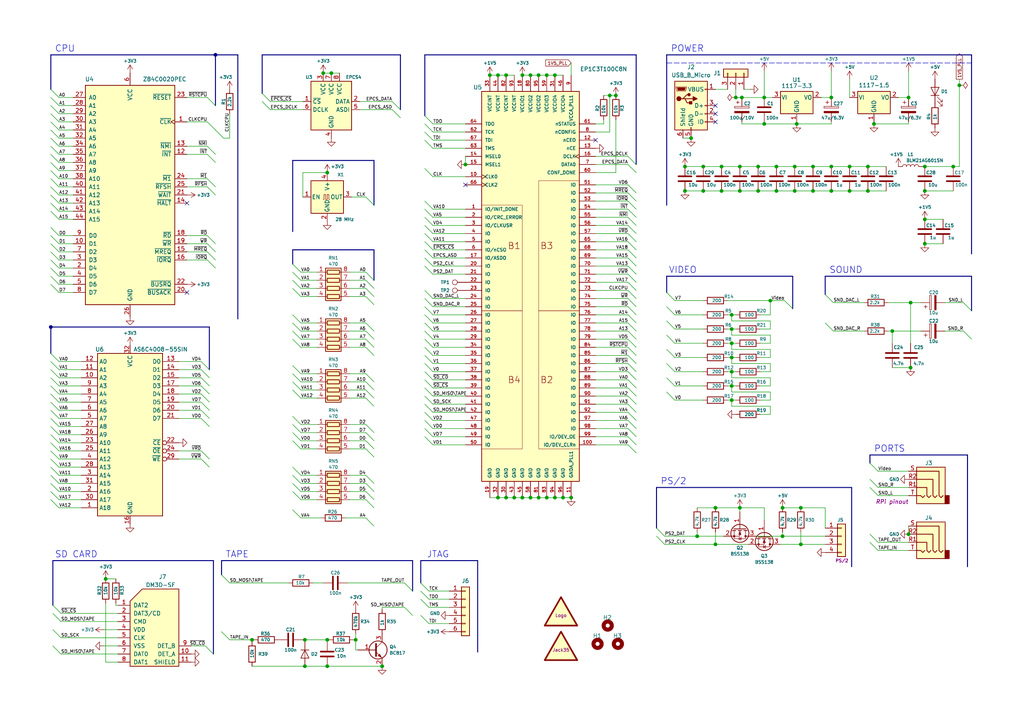
<source format=kicad_sch>
(kicad_sch (version 20210406) (generator eeschema)
  (paper "User" 319.938 226.974)
  (title_block (title "ZX-SIZIF-XXS") (date "2021-07-01") (rev "B") (company "Eugene Lozovoy") (comment 4 "Very small ZX Spectrum clone"))
  (junction (at 33.02 180.975) (diameter 1.016))
  (junction (at 78.74 200.025) (diameter 1.016))
  (junction (at 95.25 200.025) (diameter 1.016))
  (junction (at 95.25 208.28) (diameter 1.016))
  (junction (at 100.965 22.86) (diameter 1.016))
  (junction (at 102.235 53.975) (diameter 1.016))
  (junction (at 102.235 200.025) (diameter 1.016))
  (junction (at 102.235 208.28) (diameter 1.016))
  (junction (at 103.505 22.86) (diameter 1.016))
  (junction (at 111.125 200.025) (diameter 1.016))
  (junction (at 119.38 208.28) (diameter 1.016))
  (junction (at 145.415 51.435) (diameter 1.016))
  (junction (at 153.035 23.495) (diameter 1.016))
  (junction (at 155.575 23.495) (diameter 1.016))
  (junction (at 155.575 155.575) (diameter 1.016))
  (junction (at 158.115 23.495) (diameter 1.016))
  (junction (at 158.115 155.575) (diameter 1.016))
  (junction (at 160.655 155.575) (diameter 1.016))
  (junction (at 163.195 23.495) (diameter 1.016))
  (junction (at 163.195 155.575) (diameter 1.016))
  (junction (at 165.735 23.495) (diameter 1.016))
  (junction (at 165.735 155.575) (diameter 1.016))
  (junction (at 168.275 23.495) (diameter 1.016))
  (junction (at 168.275 155.575) (diameter 1.016))
  (junction (at 170.815 23.495) (diameter 1.016))
  (junction (at 170.815 155.575) (diameter 1.016))
  (junction (at 173.355 23.495) (diameter 1.016))
  (junction (at 173.355 155.575) (diameter 1.016))
  (junction (at 175.895 155.575) (diameter 1.016))
  (junction (at 178.435 155.575) (diameter 1.016))
  (junction (at 190.5 29.845) (diameter 1.016))
  (junction (at 192.405 29.845) (diameter 1.016))
  (junction (at 213.995 52.07) (diameter 1.016))
  (junction (at 213.995 59.69) (diameter 1.016))
  (junction (at 215.9 43.18) (diameter 1.016))
  (junction (at 217.805 167.64) (diameter 1.016))
  (junction (at 219.71 52.07) (diameter 1.016))
  (junction (at 219.71 59.69) (diameter 1.016))
  (junction (at 223.52 158.75) (diameter 1.016))
  (junction (at 223.52 170.18) (diameter 1.016))
  (junction (at 225.425 52.07) (diameter 1.016))
  (junction (at 225.425 59.69) (diameter 1.016))
  (junction (at 228.6 98.425) (diameter 1.016))
  (junction (at 228.6 102.87) (diameter 1.016))
  (junction (at 228.6 107.315) (diameter 1.016))
  (junction (at 228.6 111.76) (diameter 1.016))
  (junction (at 228.6 116.205) (diameter 1.016))
  (junction (at 228.6 120.65) (diameter 1.016))
  (junction (at 228.6 125.095) (diameter 1.016))
  (junction (at 229.87 30.48) (diameter 1.016))
  (junction (at 231.14 52.07) (diameter 1.016))
  (junction (at 231.14 59.69) (diameter 1.016))
  (junction (at 231.14 158.75) (diameter 1.016))
  (junction (at 231.775 30.48) (diameter 1.016))
  (junction (at 236.855 52.07) (diameter 1.016))
  (junction (at 236.855 59.69) (diameter 1.016))
  (junction (at 238.76 30.48) (diameter 1.016))
  (junction (at 238.76 38.735) (diameter 1.016))
  (junction (at 240.665 93.98) (diameter 1.016))
  (junction (at 242.57 52.07) (diameter 1.016))
  (junction (at 242.57 59.69) (diameter 1.016))
  (junction (at 244.475 158.75) (diameter 1.016))
  (junction (at 244.475 167.64) (diameter 1.016))
  (junction (at 248.285 52.07) (diameter 1.016))
  (junction (at 248.285 59.69) (diameter 1.016))
  (junction (at 248.92 38.735) (diameter 1.016))
  (junction (at 250.19 158.75) (diameter 1.016))
  (junction (at 250.19 170.18) (diameter 1.016))
  (junction (at 254 52.07) (diameter 1.016))
  (junction (at 254 59.69) (diameter 1.016))
  (junction (at 259.715 30.48) (diameter 1.016))
  (junction (at 259.715 52.07) (diameter 1.016))
  (junction (at 259.715 59.69) (diameter 1.016))
  (junction (at 265.43 52.07) (diameter 1.016))
  (junction (at 265.43 59.69) (diameter 1.016))
  (junction (at 271.145 52.07) (diameter 1.016))
  (junction (at 271.145 59.69) (diameter 1.016))
  (junction (at 273.05 38.735) (diameter 1.016))
  (junction (at 278.765 103.505) (diameter 1.016))
  (junction (at 283.845 30.48) (diameter 1.016))
  (junction (at 283.845 167.005) (diameter 1.016))
  (junction (at 284.48 94.615) (diameter 1.016))
  (junction (at 284.48 114.935) (diameter 1.016))
  (junction (at 288.925 52.07) (diameter 1.016))
  (junction (at 288.925 59.69) (diameter 1.016))
  (junction (at 288.925 68.58) (diameter 1.016))
  (junction (at 288.925 76.2) (diameter 1.016))
  (junction (at 297.815 52.07) (diameter 1.016))
  (junction (at 299.72 26.67) (diameter 1.016))
  (junction (at 15.875 102.235) (diameter 1.016))
  (junction (at 67.31 17.145) (diameter 1.016))
  (no_connect (at 58.42 63.5))
  (no_connect (at 58.42 91.44))
  (no_connect (at 145.415 57.785))
  (no_connect (at 186.055 43.815))
  (no_connect (at 223.52 33.02))
  (no_connect (at 223.52 35.56))
  (no_connect (at 223.52 38.1))
  (bus_entry (at 15.875 27.94) (size 2.54 2.54) (stroke (width 0.1524)))
  (bus_entry (at 15.875 30.48) (size 2.54 2.54) (stroke (width 0.1524)))
  (bus_entry (at 15.875 33.02) (size 2.54 2.54) (stroke (width 0.1524)))
  (bus_entry (at 15.875 35.56) (size 2.54 2.54) (stroke (width 0.1524)))
  (bus_entry (at 15.875 38.1) (size 2.54 2.54) (stroke (width 0.1524)))
  (bus_entry (at 15.875 40.64) (size 2.54 2.54) (stroke (width 0.1524)))
  (bus_entry (at 15.875 43.18) (size 2.54 2.54) (stroke (width 0.1524)))
  (bus_entry (at 15.875 45.72) (size 2.54 2.54) (stroke (width 0.1524)))
  (bus_entry (at 15.875 48.26) (size 2.54 2.54) (stroke (width 0.1524)))
  (bus_entry (at 15.875 50.8) (size 2.54 2.54) (stroke (width 0.1524)))
  (bus_entry (at 15.875 53.34) (size 2.54 2.54) (stroke (width 0.1524)))
  (bus_entry (at 15.875 55.88) (size 2.54 2.54) (stroke (width 0.1524)))
  (bus_entry (at 15.875 58.42) (size 2.54 2.54) (stroke (width 0.1524)))
  (bus_entry (at 15.875 60.96) (size 2.54 2.54) (stroke (width 0.1524)))
  (bus_entry (at 15.875 63.5) (size 2.54 2.54) (stroke (width 0.1524)))
  (bus_entry (at 15.875 66.04) (size 2.54 2.54) (stroke (width 0.1524)))
  (bus_entry (at 15.875 110.49) (size 2.54 2.54) (stroke (width 0.1524)))
  (bus_entry (at 15.875 113.03) (size 2.54 2.54) (stroke (width 0.1524)))
  (bus_entry (at 15.875 115.57) (size 2.54 2.54) (stroke (width 0.1524)))
  (bus_entry (at 15.875 118.11) (size 2.54 2.54) (stroke (width 0.1524)))
  (bus_entry (at 15.875 120.65) (size 2.54 2.54) (stroke (width 0.1524)))
  (bus_entry (at 15.875 123.19) (size 2.54 2.54) (stroke (width 0.1524)))
  (bus_entry (at 15.875 125.73) (size 2.54 2.54) (stroke (width 0.1524)))
  (bus_entry (at 15.875 128.27) (size 2.54 2.54) (stroke (width 0.1524)))
  (bus_entry (at 15.875 130.81) (size 2.54 2.54) (stroke (width 0.1524)))
  (bus_entry (at 15.875 133.35) (size 2.54 2.54) (stroke (width 0.1524)))
  (bus_entry (at 15.875 135.89) (size 2.54 2.54) (stroke (width 0.1524)))
  (bus_entry (at 15.875 138.43) (size 2.54 2.54) (stroke (width 0.1524)))
  (bus_entry (at 15.875 140.97) (size 2.54 2.54) (stroke (width 0.1524)))
  (bus_entry (at 15.875 143.51) (size 2.54 2.54) (stroke (width 0.1524)))
  (bus_entry (at 15.875 146.05) (size 2.54 2.54) (stroke (width 0.1524)))
  (bus_entry (at 15.875 148.59) (size 2.54 2.54) (stroke (width 0.1524)))
  (bus_entry (at 15.875 151.13) (size 2.54 2.54) (stroke (width 0.1524)))
  (bus_entry (at 15.875 153.67) (size 2.54 2.54) (stroke (width 0.1524)))
  (bus_entry (at 15.875 156.21) (size 2.54 2.54) (stroke (width 0.1524)))
  (bus_entry (at 16.51 189.23) (size 2.54 2.54) (stroke (width 0.1524)))
  (bus_entry (at 16.51 191.77) (size 2.54 2.54) (stroke (width 0.1524)))
  (bus_entry (at 16.51 196.85) (size 2.54 2.54) (stroke (width 0.1524)))
  (bus_entry (at 16.51 201.93) (size 2.54 2.54) (stroke (width 0.1524)))
  (bus_entry (at 18.415 73.66) (size -2.54 -2.54) (stroke (width 0.1524)))
  (bus_entry (at 18.415 76.2) (size -2.54 -2.54) (stroke (width 0.1524)))
  (bus_entry (at 18.415 78.74) (size -2.54 -2.54) (stroke (width 0.1524)))
  (bus_entry (at 18.415 81.28) (size -2.54 -2.54) (stroke (width 0.1524)))
  (bus_entry (at 18.415 83.82) (size -2.54 -2.54) (stroke (width 0.1524)))
  (bus_entry (at 18.415 86.36) (size -2.54 -2.54) (stroke (width 0.1524)))
  (bus_entry (at 18.415 88.9) (size -2.54 -2.54) (stroke (width 0.1524)))
  (bus_entry (at 18.415 91.44) (size -2.54 -2.54) (stroke (width 0.1524)))
  (bus_entry (at 62.865 113.03) (size 2.54 2.54) (stroke (width 0.1524)))
  (bus_entry (at 62.865 115.57) (size 2.54 2.54) (stroke (width 0.1524)))
  (bus_entry (at 62.865 118.11) (size 2.54 2.54) (stroke (width 0.1524)))
  (bus_entry (at 62.865 120.65) (size 2.54 2.54) (stroke (width 0.1524)))
  (bus_entry (at 62.865 123.19) (size 2.54 2.54) (stroke (width 0.1524)))
  (bus_entry (at 62.865 125.73) (size 2.54 2.54) (stroke (width 0.1524)))
  (bus_entry (at 62.865 128.27) (size 2.54 2.54) (stroke (width 0.1524)))
  (bus_entry (at 62.865 130.81) (size 2.54 2.54) (stroke (width 0.1524)))
  (bus_entry (at 64.77 30.48) (size 2.54 2.54) (stroke (width 0.1524)))
  (bus_entry (at 64.77 38.1) (size 2.54 2.54) (stroke (width 0.1524)))
  (bus_entry (at 64.77 45.72) (size 2.54 2.54) (stroke (width 0.1524)))
  (bus_entry (at 64.77 48.26) (size 2.54 2.54) (stroke (width 0.1524)))
  (bus_entry (at 65.405 143.51) (size -2.54 -2.54) (stroke (width 0.1524)))
  (bus_entry (at 65.405 146.05) (size -2.54 -2.54) (stroke (width 0.1524)))
  (bus_entry (at 66.675 204.47) (size -2.54 -2.54) (stroke (width 0.1524)))
  (bus_entry (at 67.31 58.42) (size -2.54 -2.54) (stroke (width 0.1524)))
  (bus_entry (at 67.31 60.96) (size -2.54 -2.54) (stroke (width 0.1524)))
  (bus_entry (at 67.31 76.2) (size -2.54 -2.54) (stroke (width 0.1524)))
  (bus_entry (at 67.31 78.74) (size -2.54 -2.54) (stroke (width 0.1524)))
  (bus_entry (at 67.31 81.28) (size -2.54 -2.54) (stroke (width 0.1524)))
  (bus_entry (at 67.31 83.82) (size -2.54 -2.54) (stroke (width 0.1524)))
  (bus_entry (at 69.215 179.705) (size 2.54 2.54) (stroke (width 0.1524)))
  (bus_entry (at 69.215 197.485) (size 2.54 2.54) (stroke (width 0.1524)))
  (bus_entry (at 69.85 43.18) (size -2.54 -2.54) (stroke (width 0.1524)))
  (bus_entry (at 84.455 31.75) (size -2.54 -2.54) (stroke (width 0.1524)))
  (bus_entry (at 84.455 34.29) (size -2.54 -2.54) (stroke (width 0.1524)))
  (bus_entry (at 91.44 82.55) (size 2.54 2.54) (stroke (width 0.1524)))
  (bus_entry (at 91.44 85.09) (size 2.54 2.54) (stroke (width 0.1524)))
  (bus_entry (at 91.44 87.63) (size 2.54 2.54) (stroke (width 0.1524)))
  (bus_entry (at 91.44 90.17) (size 2.54 2.54) (stroke (width 0.1524)))
  (bus_entry (at 91.44 98.425) (size 2.54 2.54) (stroke (width 0.1524)))
  (bus_entry (at 91.44 100.965) (size 2.54 2.54) (stroke (width 0.1524)))
  (bus_entry (at 91.44 103.505) (size 2.54 2.54) (stroke (width 0.1524)))
  (bus_entry (at 91.44 106.045) (size 2.54 2.54) (stroke (width 0.1524)))
  (bus_entry (at 91.44 114.3) (size 2.54 2.54) (stroke (width 0.1524)))
  (bus_entry (at 91.44 116.84) (size 2.54 2.54) (stroke (width 0.1524)))
  (bus_entry (at 91.44 119.38) (size 2.54 2.54) (stroke (width 0.1524)))
  (bus_entry (at 91.44 121.92) (size 2.54 2.54) (stroke (width 0.1524)))
  (bus_entry (at 91.44 146.05) (size 2.54 2.54) (stroke (width 0.1524)))
  (bus_entry (at 91.44 148.59) (size 2.54 2.54) (stroke (width 0.1524)))
  (bus_entry (at 93.98 132.715) (size -2.54 -2.54) (stroke (width 0.1524)))
  (bus_entry (at 93.98 135.255) (size -2.54 -2.54) (stroke (width 0.1524)))
  (bus_entry (at 93.98 137.795) (size -2.54 -2.54) (stroke (width 0.1524)))
  (bus_entry (at 93.98 140.335) (size -2.54 -2.54) (stroke (width 0.1524)))
  (bus_entry (at 93.98 153.67) (size -2.54 -2.54) (stroke (width 0.1524)))
  (bus_entry (at 93.98 156.21) (size -2.54 -2.54) (stroke (width 0.1524)))
  (bus_entry (at 93.98 161.925) (size -2.54 -2.54) (stroke (width 0.1524)))
  (bus_entry (at 114.3 61.595) (size 2.54 2.54) (stroke (width 0.1524)))
  (bus_entry (at 114.3 85.09) (size 2.54 2.54) (stroke (width 0.1524)))
  (bus_entry (at 114.3 87.63) (size 2.54 2.54) (stroke (width 0.1524)))
  (bus_entry (at 114.3 90.17) (size 2.54 2.54) (stroke (width 0.1524)))
  (bus_entry (at 114.3 92.71) (size 2.54 2.54) (stroke (width 0.1524)))
  (bus_entry (at 114.3 116.84) (size 2.54 2.54) (stroke (width 0.1524)))
  (bus_entry (at 114.3 119.38) (size 2.54 2.54) (stroke (width 0.1524)))
  (bus_entry (at 114.3 121.92) (size 2.54 2.54) (stroke (width 0.1524)))
  (bus_entry (at 114.3 124.46) (size 2.54 2.54) (stroke (width 0.1524)))
  (bus_entry (at 116.84 103.505) (size -2.54 -2.54) (stroke (width 0.1524)))
  (bus_entry (at 116.84 106.045) (size -2.54 -2.54) (stroke (width 0.1524)))
  (bus_entry (at 116.84 108.585) (size -2.54 -2.54) (stroke (width 0.1524)))
  (bus_entry (at 116.84 111.125) (size -2.54 -2.54) (stroke (width 0.1524)))
  (bus_entry (at 116.84 135.255) (size -2.54 -2.54) (stroke (width 0.1524)))
  (bus_entry (at 116.84 137.795) (size -2.54 -2.54) (stroke (width 0.1524)))
  (bus_entry (at 116.84 140.335) (size -2.54 -2.54) (stroke (width 0.1524)))
  (bus_entry (at 116.84 142.875) (size -2.54 -2.54) (stroke (width 0.1524)))
  (bus_entry (at 116.84 151.13) (size -2.54 -2.54) (stroke (width 0.1524)))
  (bus_entry (at 116.84 153.67) (size -2.54 -2.54) (stroke (width 0.1524)))
  (bus_entry (at 116.84 156.21) (size -2.54 -2.54) (stroke (width 0.1524)))
  (bus_entry (at 116.84 158.75) (size -2.54 -2.54) (stroke (width 0.1524)))
  (bus_entry (at 116.84 164.465) (size -2.54 -2.54) (stroke (width 0.1524)))
  (bus_entry (at 122.555 31.75) (size 2.54 2.54) (stroke (width 0.1524)))
  (bus_entry (at 122.555 34.29) (size 2.54 2.54) (stroke (width 0.1524)))
  (bus_entry (at 126.365 182.245) (size 2.54 2.54) (stroke (width 0.1524)))
  (bus_entry (at 126.365 189.865) (size 2.54 2.54) (stroke (width 0.1524)))
  (bus_entry (at 131.445 182.245) (size 2.54 2.54) (stroke (width 0.1524)))
  (bus_entry (at 131.445 184.785) (size 2.54 2.54) (stroke (width 0.1524)))
  (bus_entry (at 131.445 187.325) (size 2.54 2.54) (stroke (width 0.1524)))
  (bus_entry (at 131.445 192.405) (size 2.54 2.54) (stroke (width 0.1524)))
  (bus_entry (at 132.715 36.195) (size 2.54 2.54) (stroke (width 0.1524)))
  (bus_entry (at 132.715 38.735) (size 2.54 2.54) (stroke (width 0.1524)))
  (bus_entry (at 132.715 41.275) (size 2.54 2.54) (stroke (width 0.1524)))
  (bus_entry (at 132.715 43.815) (size 2.54 2.54) (stroke (width 0.1524)))
  (bus_entry (at 132.715 62.865) (size 2.54 2.54) (stroke (width 0.1524)))
  (bus_entry (at 132.715 65.405) (size 2.54 2.54) (stroke (width 0.1524)))
  (bus_entry (at 132.715 67.945) (size 2.54 2.54) (stroke (width 0.1524)))
  (bus_entry (at 132.715 70.485) (size 2.54 2.54) (stroke (width 0.1524)))
  (bus_entry (at 132.715 73.025) (size 2.54 2.54) (stroke (width 0.1524)))
  (bus_entry (at 132.715 75.565) (size 2.54 2.54) (stroke (width 0.1524)))
  (bus_entry (at 132.715 78.105) (size 2.54 2.54) (stroke (width 0.1524)))
  (bus_entry (at 132.715 80.645) (size 2.54 2.54) (stroke (width 0.1524)))
  (bus_entry (at 132.715 83.185) (size 2.54 2.54) (stroke (width 0.1524)))
  (bus_entry (at 132.715 90.805) (size 2.54 2.54) (stroke (width 0.1524)))
  (bus_entry (at 132.715 93.345) (size 2.54 2.54) (stroke (width 0.1524)))
  (bus_entry (at 132.715 95.885) (size 2.54 2.54) (stroke (width 0.1524)))
  (bus_entry (at 132.715 98.425) (size 2.54 2.54) (stroke (width 0.1524)))
  (bus_entry (at 132.715 100.965) (size 2.54 2.54) (stroke (width 0.1524)))
  (bus_entry (at 132.715 103.505) (size 2.54 2.54) (stroke (width 0.1524)))
  (bus_entry (at 132.715 106.045) (size 2.54 2.54) (stroke (width 0.1524)))
  (bus_entry (at 132.715 108.585) (size 2.54 2.54) (stroke (width 0.1524)))
  (bus_entry (at 132.715 118.745) (size 2.54 2.54) (stroke (width 0.1524)))
  (bus_entry (at 132.715 121.285) (size 2.54 2.54) (stroke (width 0.1524)))
  (bus_entry (at 132.715 126.365) (size 2.54 2.54) (stroke (width 0.1524)))
  (bus_entry (at 132.715 131.445) (size 2.54 2.54) (stroke (width 0.1524)))
  (bus_entry (at 135.255 55.245) (size -2.54 -2.54) (stroke (width 0.1524)))
  (bus_entry (at 135.255 113.665) (size -2.54 -2.54) (stroke (width 0.1524)))
  (bus_entry (at 135.255 116.205) (size -2.54 -2.54) (stroke (width 0.1524)))
  (bus_entry (at 135.255 118.745) (size -2.54 -2.54) (stroke (width 0.1524)))
  (bus_entry (at 135.255 126.365) (size -2.54 -2.54) (stroke (width 0.1524)))
  (bus_entry (at 135.255 131.445) (size -2.54 -2.54) (stroke (width 0.1524)))
  (bus_entry (at 135.255 136.525) (size -2.54 -2.54) (stroke (width 0.1524)))
  (bus_entry (at 135.255 139.065) (size -2.54 -2.54) (stroke (width 0.1524)))
  (bus_entry (at 196.215 48.895) (size 2.54 2.54) (stroke (width 0.1524)))
  (bus_entry (at 196.215 51.435) (size 2.54 2.54) (stroke (width 0.1524)))
  (bus_entry (at 196.215 57.785) (size 2.54 2.54) (stroke (width 0.1524)))
  (bus_entry (at 196.215 60.325) (size 2.54 2.54) (stroke (width 0.1524)))
  (bus_entry (at 196.215 62.865) (size 2.54 2.54) (stroke (width 0.1524)))
  (bus_entry (at 196.215 78.105) (size 2.54 2.54) (stroke (width 0.1524)))
  (bus_entry (at 196.215 80.645) (size 2.54 2.54) (stroke (width 0.1524)))
  (bus_entry (at 196.215 83.185) (size 2.54 2.54) (stroke (width 0.1524)))
  (bus_entry (at 196.215 85.725) (size 2.54 2.54) (stroke (width 0.1524)))
  (bus_entry (at 196.215 88.265) (size 2.54 2.54) (stroke (width 0.1524)))
  (bus_entry (at 196.215 90.805) (size 2.54 2.54) (stroke (width 0.1524)))
  (bus_entry (at 196.215 93.345) (size 2.54 2.54) (stroke (width 0.1524)))
  (bus_entry (at 196.215 118.745) (size 2.54 2.54) (stroke (width 0.1524)))
  (bus_entry (at 196.215 121.285) (size 2.54 2.54) (stroke (width 0.1524)))
  (bus_entry (at 196.215 123.825) (size 2.54 2.54) (stroke (width 0.1524)))
  (bus_entry (at 196.215 126.365) (size 2.54 2.54) (stroke (width 0.1524)))
  (bus_entry (at 196.215 128.905) (size 2.54 2.54) (stroke (width 0.1524)))
  (bus_entry (at 196.215 131.445) (size 2.54 2.54) (stroke (width 0.1524)))
  (bus_entry (at 196.215 139.065) (size 2.54 2.54) (stroke (width 0.1524)))
  (bus_entry (at 198.755 67.945) (size -2.54 -2.54) (stroke (width 0.1524)))
  (bus_entry (at 198.755 70.485) (size -2.54 -2.54) (stroke (width 0.1524)))
  (bus_entry (at 198.755 73.025) (size -2.54 -2.54) (stroke (width 0.1524)))
  (bus_entry (at 198.755 75.565) (size -2.54 -2.54) (stroke (width 0.1524)))
  (bus_entry (at 198.755 78.105) (size -2.54 -2.54) (stroke (width 0.1524)))
  (bus_entry (at 198.755 98.425) (size -2.54 -2.54) (stroke (width 0.1524)))
  (bus_entry (at 198.755 100.965) (size -2.54 -2.54) (stroke (width 0.1524)))
  (bus_entry (at 198.755 103.505) (size -2.54 -2.54) (stroke (width 0.1524)))
  (bus_entry (at 198.755 106.045) (size -2.54 -2.54) (stroke (width 0.1524)))
  (bus_entry (at 198.755 108.585) (size -2.54 -2.54) (stroke (width 0.1524)))
  (bus_entry (at 198.755 111.125) (size -2.54 -2.54) (stroke (width 0.1524)))
  (bus_entry (at 198.755 113.665) (size -2.54 -2.54) (stroke (width 0.1524)))
  (bus_entry (at 198.755 116.205) (size -2.54 -2.54) (stroke (width 0.1524)))
  (bus_entry (at 198.755 118.745) (size -2.54 -2.54) (stroke (width 0.1524)))
  (bus_entry (at 198.755 136.525) (size -2.54 -2.54) (stroke (width 0.1524)))
  (bus_entry (at 198.755 139.065) (size -2.54 -2.54) (stroke (width 0.1524)))
  (bus_entry (at 205.105 165.1) (size 2.54 2.54) (stroke (width 0.1524)))
  (bus_entry (at 205.105 167.64) (size 2.54 2.54) (stroke (width 0.1524)))
  (bus_entry (at 208.28 91.44) (size 2.54 2.54) (stroke (width 0.1524)))
  (bus_entry (at 208.28 95.885) (size 2.54 2.54) (stroke (width 0.1524)))
  (bus_entry (at 208.28 100.33) (size 2.54 2.54) (stroke (width 0.1524)))
  (bus_entry (at 208.28 104.775) (size 2.54 2.54) (stroke (width 0.1524)))
  (bus_entry (at 208.28 109.22) (size 2.54 2.54) (stroke (width 0.1524)))
  (bus_entry (at 208.28 113.665) (size 2.54 2.54) (stroke (width 0.1524)))
  (bus_entry (at 208.28 118.11) (size 2.54 2.54) (stroke (width 0.1524)))
  (bus_entry (at 208.28 122.555) (size 2.54 2.54) (stroke (width 0.1524)))
  (bus_entry (at 245.11 93.98) (size 2.54 2.54) (stroke (width 0.1524)))
  (bus_entry (at 257.81 92.075) (size 2.54 2.54) (stroke (width 0.1524)))
  (bus_entry (at 257.81 100.965) (size 2.54 2.54) (stroke (width 0.1524)))
  (bus_entry (at 271.78 144.78) (size 2.54 2.54) (stroke (width 0.1524)))
  (bus_entry (at 271.78 149.86) (size 2.54 2.54) (stroke (width 0.1524)))
  (bus_entry (at 271.78 152.4) (size 2.54 2.54) (stroke (width 0.1524)))
  (bus_entry (at 271.78 167.005) (size 2.54 2.54) (stroke (width 0.1524)))
  (bus_entry (at 271.78 169.545) (size 2.54 2.54) (stroke (width 0.1524)))
  (bus_entry (at 300.99 94.615) (size 2.54 2.54) (stroke (width 0.1524)))
  (bus_entry (at 300.99 103.505) (size 2.54 2.54) (stroke (width 0.1524)))
  (wire (pts (xy 18.415 30.48) (xy 22.86 30.48)))
  (wire (pts (xy 18.415 35.56) (xy 22.86 35.56)))
  (wire (pts (xy 18.415 40.64) (xy 22.86 40.64)))
  (wire (pts (xy 18.415 45.72) (xy 22.86 45.72)))
  (wire (pts (xy 18.415 48.26) (xy 22.86 48.26)))
  (wire (pts (xy 18.415 50.8) (xy 22.86 50.8)))
  (wire (pts (xy 18.415 55.88) (xy 22.86 55.88)))
  (wire (pts (xy 18.415 60.96) (xy 22.86 60.96)))
  (wire (pts (xy 18.415 66.04) (xy 22.86 66.04)))
  (wire (pts (xy 18.415 73.66) (xy 22.86 73.66)))
  (wire (pts (xy 18.415 76.2) (xy 22.86 76.2)))
  (wire (pts (xy 18.415 81.28) (xy 22.86 81.28)))
  (wire (pts (xy 18.415 86.36) (xy 22.86 86.36)))
  (wire (pts (xy 18.415 88.9) (xy 22.86 88.9)))
  (wire (pts (xy 18.415 113.03) (xy 25.4 113.03)))
  (wire (pts (xy 18.415 118.11) (xy 25.4 118.11)))
  (wire (pts (xy 18.415 123.19) (xy 25.4 123.19)))
  (wire (pts (xy 18.415 128.27) (xy 25.4 128.27)))
  (wire (pts (xy 18.415 130.81) (xy 25.4 130.81)))
  (wire (pts (xy 18.415 133.35) (xy 25.4 133.35)))
  (wire (pts (xy 18.415 138.43) (xy 25.4 138.43)))
  (wire (pts (xy 18.415 143.51) (xy 25.4 143.51)))
  (wire (pts (xy 18.415 153.67) (xy 25.4 153.67)))
  (wire (pts (xy 18.415 156.21) (xy 25.4 156.21)))
  (wire (pts (xy 18.415 158.75) (xy 25.4 158.75)))
  (wire (pts (xy 19.05 191.77) (xy 36.83 191.77)))
  (wire (pts (xy 19.05 194.31) (xy 36.83 194.31)))
  (wire (pts (xy 19.05 199.39) (xy 36.83 199.39)))
  (wire (pts (xy 19.05 204.47) (xy 36.83 204.47)))
  (wire (pts (xy 22.86 33.02) (xy 18.415 33.02)))
  (wire (pts (xy 22.86 38.1) (xy 18.415 38.1)))
  (wire (pts (xy 22.86 43.18) (xy 18.415 43.18)))
  (wire (pts (xy 22.86 53.34) (xy 18.415 53.34)))
  (wire (pts (xy 22.86 58.42) (xy 18.415 58.42)))
  (wire (pts (xy 22.86 63.5) (xy 18.415 63.5)))
  (wire (pts (xy 22.86 68.58) (xy 18.415 68.58)))
  (wire (pts (xy 22.86 78.74) (xy 18.415 78.74)))
  (wire (pts (xy 22.86 83.82) (xy 18.415 83.82)))
  (wire (pts (xy 22.86 91.44) (xy 18.415 91.44)))
  (wire (pts (xy 25.4 115.57) (xy 18.415 115.57)))
  (wire (pts (xy 25.4 120.65) (xy 18.415 120.65)))
  (wire (pts (xy 25.4 125.73) (xy 18.415 125.73)))
  (wire (pts (xy 25.4 135.89) (xy 18.415 135.89)))
  (wire (pts (xy 25.4 140.97) (xy 18.415 140.97)))
  (wire (pts (xy 25.4 146.05) (xy 18.415 146.05)))
  (wire (pts (xy 25.4 148.59) (xy 18.415 148.59)))
  (wire (pts (xy 25.4 151.13) (xy 18.415 151.13)))
  (wire (pts (xy 32.385 196.85) (xy 36.83 196.85)))
  (wire (pts (xy 32.385 201.93) (xy 36.83 201.93)))
  (wire (pts (xy 33.02 188.595) (xy 33.02 207.01)))
  (wire (pts (xy 33.02 207.01) (xy 36.83 207.01)))
  (wire (pts (xy 36.195 180.975) (xy 33.02 180.975)))
  (wire (pts (xy 36.195 188.595) (xy 36.195 189.23)))
  (wire (pts (xy 36.195 189.23) (xy 36.83 189.23)))
  (wire (pts (xy 55.88 113.03) (xy 62.865 113.03)))
  (wire (pts (xy 55.88 120.65) (xy 62.865 120.65)))
  (wire (pts (xy 55.88 125.73) (xy 62.865 125.73)))
  (wire (pts (xy 58.42 30.48) (xy 64.77 30.48)))
  (wire (pts (xy 58.42 45.72) (xy 64.77 45.72)))
  (wire (pts (xy 58.42 55.88) (xy 64.77 55.88)))
  (wire (pts (xy 58.42 76.2) (xy 64.77 76.2)))
  (wire (pts (xy 58.42 81.28) (xy 64.77 81.28)))
  (wire (pts (xy 62.865 115.57) (xy 55.88 115.57)))
  (wire (pts (xy 62.865 118.11) (xy 55.88 118.11)))
  (wire (pts (xy 62.865 123.19) (xy 55.88 123.19)))
  (wire (pts (xy 62.865 128.27) (xy 55.88 128.27)))
  (wire (pts (xy 62.865 130.81) (xy 55.88 130.81)))
  (wire (pts (xy 62.865 140.97) (xy 55.88 140.97)))
  (wire (pts (xy 62.865 143.51) (xy 55.88 143.51)))
  (wire (pts (xy 64.135 201.93) (xy 59.69 201.93)))
  (wire (pts (xy 64.77 38.1) (xy 58.42 38.1)))
  (wire (pts (xy 64.77 48.26) (xy 58.42 48.26)))
  (wire (pts (xy 64.77 58.42) (xy 58.42 58.42)))
  (wire (pts (xy 64.77 73.66) (xy 58.42 73.66)))
  (wire (pts (xy 64.77 78.74) (xy 58.42 78.74)))
  (wire (pts (xy 71.755 35.56) (xy 71.755 43.18)))
  (wire (pts (xy 71.755 43.18) (xy 69.85 43.18)))
  (wire (pts (xy 71.755 182.245) (xy 90.17 182.245)))
  (wire (pts (xy 71.755 200.025) (xy 78.74 200.025)))
  (wire (pts (xy 78.74 200.025) (xy 78.74 200.66)))
  (wire (pts (xy 78.74 208.28) (xy 95.25 208.28)))
  (wire (pts (xy 79.375 200.025) (xy 78.74 200.025)))
  (wire (pts (xy 84.455 34.29) (xy 94.615 34.29)))
  (wire (pts (xy 93.98 85.09) (xy 99.06 85.09)))
  (wire (pts (xy 93.98 90.17) (xy 99.06 90.17)))
  (wire (pts (xy 93.98 103.505) (xy 99.06 103.505)))
  (wire (pts (xy 93.98 106.045) (xy 99.06 106.045)))
  (wire (pts (xy 93.98 108.585) (xy 99.06 108.585)))
  (wire (pts (xy 93.98 119.38) (xy 99.06 119.38)))
  (wire (pts (xy 93.98 124.46) (xy 99.06 124.46)))
  (wire (pts (xy 93.98 132.715) (xy 99.06 132.715)))
  (wire (pts (xy 93.98 135.255) (xy 99.06 135.255)))
  (wire (pts (xy 93.98 140.335) (xy 99.06 140.335)))
  (wire (pts (xy 93.98 148.59) (xy 99.06 148.59)))
  (wire (pts (xy 93.98 156.21) (xy 99.06 156.21)))
  (wire (pts (xy 93.98 161.925) (xy 100.33 161.925)))
  (wire (pts (xy 94.615 31.75) (xy 84.455 31.75)))
  (wire (pts (xy 94.615 53.975) (xy 94.615 61.595)))
  (wire (pts (xy 94.615 200.025) (xy 95.25 200.025)))
  (wire (pts (xy 95.25 200.025) (xy 95.25 200.66)))
  (wire (pts (xy 95.25 200.025) (xy 102.235 200.025)))
  (wire (pts (xy 95.25 208.28) (xy 102.235 208.28)))
  (wire (pts (xy 97.79 182.245) (xy 100.965 182.245)))
  (wire (pts (xy 99.06 87.63) (xy 93.98 87.63)))
  (wire (pts (xy 99.06 92.71) (xy 93.98 92.71)))
  (wire (pts (xy 99.06 100.965) (xy 93.98 100.965)))
  (wire (pts (xy 99.06 116.84) (xy 93.98 116.84)))
  (wire (pts (xy 99.06 121.92) (xy 93.98 121.92)))
  (wire (pts (xy 99.06 137.795) (xy 93.98 137.795)))
  (wire (pts (xy 99.06 151.13) (xy 93.98 151.13)))
  (wire (pts (xy 99.06 153.67) (xy 93.98 153.67)))
  (wire (pts (xy 102.235 53.975) (xy 94.615 53.975)))
  (wire (pts (xy 102.235 200.66) (xy 102.235 200.025)))
  (wire (pts (xy 102.235 208.28) (xy 119.38 208.28)))
  (wire (pts (xy 102.87 200.025) (xy 102.235 200.025)))
  (wire (pts (xy 103.505 22.86) (xy 100.965 22.86)))
  (wire (pts (xy 106.045 22.86) (xy 103.505 22.86)))
  (wire (pts (xy 109.22 87.63) (xy 114.3 87.63)))
  (wire (pts (xy 109.22 103.505) (xy 114.3 103.505)))
  (wire (pts (xy 109.22 108.585) (xy 114.3 108.585)))
  (wire (pts (xy 109.22 119.38) (xy 114.3 119.38)))
  (wire (pts (xy 109.22 124.46) (xy 114.3 124.46)))
  (wire (pts (xy 109.22 132.715) (xy 114.3 132.715)))
  (wire (pts (xy 109.22 137.795) (xy 114.3 137.795)))
  (wire (pts (xy 109.22 151.13) (xy 114.3 151.13)))
  (wire (pts (xy 109.855 61.595) (xy 114.3 61.595)))
  (wire (pts (xy 111.125 198.12) (xy 111.125 200.025)))
  (wire (pts (xy 111.125 200.025) (xy 110.49 200.025)))
  (wire (pts (xy 111.125 200.025) (xy 111.125 203.2)))
  (wire (pts (xy 111.125 203.2) (xy 111.76 203.2)))
  (wire (pts (xy 114.3 85.09) (xy 109.22 85.09)))
  (wire (pts (xy 114.3 90.17) (xy 109.22 90.17)))
  (wire (pts (xy 114.3 92.71) (xy 109.22 92.71)))
  (wire (pts (xy 114.3 100.965) (xy 109.22 100.965)))
  (wire (pts (xy 114.3 106.045) (xy 109.22 106.045)))
  (wire (pts (xy 114.3 116.84) (xy 109.22 116.84)))
  (wire (pts (xy 114.3 121.92) (xy 109.22 121.92)))
  (wire (pts (xy 114.3 135.255) (xy 109.22 135.255)))
  (wire (pts (xy 114.3 140.335) (xy 109.22 140.335)))
  (wire (pts (xy 114.3 148.59) (xy 109.22 148.59)))
  (wire (pts (xy 114.3 153.67) (xy 109.22 153.67)))
  (wire (pts (xy 114.3 156.21) (xy 109.22 156.21)))
  (wire (pts (xy 114.3 161.925) (xy 107.95 161.925)))
  (wire (pts (xy 119.38 189.865) (xy 119.38 190.5)))
  (wire (pts (xy 119.38 189.865) (xy 126.365 189.865)))
  (wire (pts (xy 122.555 31.75) (xy 112.395 31.75)))
  (wire (pts (xy 122.555 34.29) (xy 112.395 34.29)))
  (wire (pts (xy 126.365 182.245) (xy 108.585 182.245)))
  (wire (pts (xy 133.985 184.785) (xy 140.335 184.785)))
  (wire (pts (xy 133.985 187.325) (xy 140.335 187.325)))
  (wire (pts (xy 133.985 189.865) (xy 140.335 189.865)))
  (wire (pts (xy 133.985 194.945) (xy 140.335 194.945)))
  (wire (pts (xy 135.255 38.735) (xy 145.415 38.735)))
  (wire (pts (xy 135.255 41.275) (xy 145.415 41.275)))
  (wire (pts (xy 135.255 43.815) (xy 145.415 43.815)))
  (wire (pts (xy 135.255 46.355) (xy 145.415 46.355)))
  (wire (pts (xy 135.255 65.405) (xy 145.415 65.405)))
  (wire (pts (xy 135.255 67.945) (xy 145.415 67.945)))
  (wire (pts (xy 135.255 73.025) (xy 145.415 73.025)))
  (wire (pts (xy 135.255 75.565) (xy 145.415 75.565)))
  (wire (pts (xy 135.255 78.105) (xy 145.415 78.105)))
  (wire (pts (xy 135.255 80.645) (xy 145.415 80.645)))
  (wire (pts (xy 135.255 83.185) (xy 145.415 83.185)))
  (wire (pts (xy 135.255 93.345) (xy 145.415 93.345)))
  (wire (pts (xy 135.255 98.425) (xy 145.415 98.425)))
  (wire (pts (xy 135.255 100.965) (xy 145.415 100.965)))
  (wire (pts (xy 135.255 103.505) (xy 145.415 103.505)))
  (wire (pts (xy 135.255 106.045) (xy 145.415 106.045)))
  (wire (pts (xy 135.255 108.585) (xy 145.415 108.585)))
  (wire (pts (xy 135.255 111.125) (xy 145.415 111.125)))
  (wire (pts (xy 135.255 118.745) (xy 145.415 118.745)))
  (wire (pts (xy 135.255 121.285) (xy 145.415 121.285)))
  (wire (pts (xy 135.255 123.825) (xy 145.415 123.825)))
  (wire (pts (xy 135.255 126.365) (xy 145.415 126.365)))
  (wire (pts (xy 135.255 128.905) (xy 145.415 128.905)))
  (wire (pts (xy 135.255 133.985) (xy 145.415 133.985)))
  (wire (pts (xy 145.415 48.895) (xy 145.415 51.435)))
  (wire (pts (xy 145.415 55.245) (xy 135.255 55.245)))
  (wire (pts (xy 145.415 70.485) (xy 135.255 70.485)))
  (wire (pts (xy 145.415 85.725) (xy 135.255 85.725)))
  (wire (pts (xy 145.415 95.885) (xy 135.255 95.885)))
  (wire (pts (xy 145.415 113.665) (xy 135.255 113.665)))
  (wire (pts (xy 145.415 116.205) (xy 135.255 116.205)))
  (wire (pts (xy 145.415 131.445) (xy 135.255 131.445)))
  (wire (pts (xy 145.415 136.525) (xy 135.255 136.525)))
  (wire (pts (xy 145.415 139.065) (xy 135.255 139.065)))
  (wire (pts (xy 153.035 155.575) (xy 155.575 155.575)))
  (wire (pts (xy 155.575 23.495) (xy 153.035 23.495)))
  (wire (pts (xy 155.575 155.575) (xy 158.115 155.575)))
  (wire (pts (xy 158.115 23.495) (xy 155.575 23.495)))
  (wire (pts (xy 158.115 23.495) (xy 160.655 23.495)))
  (wire (pts (xy 158.115 155.575) (xy 160.655 155.575)))
  (wire (pts (xy 160.655 155.575) (xy 163.195 155.575)))
  (wire (pts (xy 163.195 155.575) (xy 165.735 155.575)))
  (wire (pts (xy 165.735 23.495) (xy 163.195 23.495)))
  (wire (pts (xy 165.735 23.495) (xy 168.275 23.495)))
  (wire (pts (xy 165.735 155.575) (xy 168.275 155.575)))
  (wire (pts (xy 168.275 155.575) (xy 170.815 155.575)))
  (wire (pts (xy 170.815 23.495) (xy 168.275 23.495)))
  (wire (pts (xy 170.815 155.575) (xy 173.355 155.575)))
  (wire (pts (xy 173.355 23.495) (xy 170.815 23.495)))
  (wire (pts (xy 173.355 23.495) (xy 175.895 23.495)))
  (wire (pts (xy 173.355 155.575) (xy 175.895 155.575)))
  (wire (pts (xy 175.895 155.575) (xy 178.435 155.575)))
  (wire (pts (xy 178.435 19.685) (xy 178.435 23.495)))
  (wire (pts (xy 186.055 41.275) (xy 190.5 41.275)))
  (wire (pts (xy 186.055 51.435) (xy 196.215 51.435)))
  (wire (pts (xy 186.055 57.785) (xy 196.215 57.785)))
  (wire (pts (xy 186.055 60.325) (xy 196.215 60.325)))
  (wire (pts (xy 186.055 65.405) (xy 196.215 65.405)))
  (wire (pts (xy 186.055 67.945) (xy 196.215 67.945)))
  (wire (pts (xy 186.055 75.565) (xy 196.215 75.565)))
  (wire (pts (xy 186.055 78.105) (xy 196.215 78.105)))
  (wire (pts (xy 186.055 88.265) (xy 196.215 88.265)))
  (wire (pts (xy 186.055 100.965) (xy 196.215 100.965)))
  (wire (pts (xy 186.055 113.665) (xy 196.215 113.665)))
  (wire (pts (xy 186.055 121.285) (xy 196.215 121.285)))
  (wire (pts (xy 186.055 126.365) (xy 196.215 126.365)))
  (wire (pts (xy 186.055 128.905) (xy 196.215 128.905)))
  (wire (pts (xy 186.055 131.445) (xy 196.215 131.445)))
  (wire (pts (xy 186.055 136.525) (xy 196.215 136.525)))
  (wire (pts (xy 186.055 139.065) (xy 196.215 139.065)))
  (wire (pts (xy 188.595 37.465) (xy 188.595 38.735)))
  (wire (pts (xy 188.595 38.735) (xy 186.055 38.735)))
  (wire (pts (xy 190.5 29.845) (xy 188.595 29.845)))
  (wire (pts (xy 190.5 29.845) (xy 192.405 29.845)))
  (wire (pts (xy 190.5 41.275) (xy 190.5 29.845)))
  (wire (pts (xy 192.405 37.465) (xy 192.405 53.975)))
  (wire (pts (xy 192.405 53.975) (xy 186.055 53.975)))
  (wire (pts (xy 196.215 48.895) (xy 186.055 48.895)))
  (wire (pts (xy 196.215 62.865) (xy 186.055 62.865)))
  (wire (pts (xy 196.215 70.485) (xy 186.055 70.485)))
  (wire (pts (xy 196.215 73.025) (xy 186.055 73.025)))
  (wire (pts (xy 196.215 80.645) (xy 186.055 80.645)))
  (wire (pts (xy 196.215 83.185) (xy 186.055 83.185)))
  (wire (pts (xy 196.215 85.725) (xy 186.055 85.725)))
  (wire (pts (xy 196.215 90.805) (xy 186.055 90.805)))
  (wire (pts (xy 196.215 93.345) (xy 186.055 93.345)))
  (wire (pts (xy 196.215 95.885) (xy 186.055 95.885)))
  (wire (pts (xy 196.215 98.425) (xy 186.055 98.425)))
  (wire (pts (xy 196.215 103.505) (xy 186.055 103.505)))
  (wire (pts (xy 196.215 106.045) (xy 186.055 106.045)))
  (wire (pts (xy 196.215 108.585) (xy 186.055 108.585)))
  (wire (pts (xy 196.215 111.125) (xy 186.055 111.125)))
  (wire (pts (xy 196.215 116.205) (xy 186.055 116.205)))
  (wire (pts (xy 196.215 118.745) (xy 186.055 118.745)))
  (wire (pts (xy 196.215 123.825) (xy 186.055 123.825)))
  (wire (pts (xy 196.215 133.985) (xy 186.055 133.985)))
  (wire (pts (xy 207.645 170.18) (xy 223.52 170.18)))
  (wire (pts (xy 210.82 93.98) (xy 219.71 93.98)))
  (wire (pts (xy 210.82 98.425) (xy 219.71 98.425)))
  (wire (pts (xy 210.82 102.87) (xy 219.71 102.87)))
  (wire (pts (xy 210.82 107.315) (xy 219.71 107.315)))
  (wire (pts (xy 210.82 111.76) (xy 219.71 111.76)))
  (wire (pts (xy 210.82 116.205) (xy 219.71 116.205)))
  (wire (pts (xy 210.82 120.65) (xy 219.71 120.65)))
  (wire (pts (xy 210.82 125.095) (xy 219.71 125.095)))
  (wire (pts (xy 213.36 43.18) (xy 215.9 43.18)))
  (wire (pts (xy 213.995 52.07) (xy 219.71 52.07)))
  (wire (pts (xy 213.995 59.69) (xy 219.71 59.69)))
  (wire (pts (xy 217.805 158.75) (xy 223.52 158.75)))
  (wire (pts (xy 217.805 166.37) (xy 217.805 167.64)))
  (wire (pts (xy 217.805 167.64) (xy 207.645 167.64)))
  (wire (pts (xy 219.71 52.07) (xy 225.425 52.07)))
  (wire (pts (xy 219.71 59.69) (xy 225.425 59.69)))
  (wire (pts (xy 223.52 27.94) (xy 227.33 27.94)))
  (wire (pts (xy 223.52 166.37) (xy 223.52 170.18)))
  (wire (pts (xy 223.52 170.18) (xy 233.68 170.18)))
  (wire (pts (xy 225.425 52.07) (xy 231.14 52.07)))
  (wire (pts (xy 225.425 59.69) (xy 231.14 59.69)))
  (wire (pts (xy 226.06 167.64) (xy 217.805 167.64)))
  (wire (pts (xy 227.33 93.98) (xy 240.665 93.98)))
  (wire (pts (xy 227.33 98.425) (xy 228.6 98.425)))
  (wire (pts (xy 228.6 98.425) (xy 228.6 100.33)))
  (wire (pts (xy 228.6 98.425) (xy 229.87 98.425)))
  (wire (pts (xy 228.6 100.33) (xy 240.665 100.33)))
  (wire (pts (xy 228.6 102.87) (xy 227.33 102.87)))
  (wire (pts (xy 228.6 102.87) (xy 228.6 104.775)))
  (wire (pts (xy 228.6 102.87) (xy 229.87 102.87)))
  (wire (pts (xy 228.6 104.775) (xy 240.665 104.775)))
  (wire (pts (xy 228.6 107.315) (xy 227.33 107.315)))
  (wire (pts (xy 228.6 107.315) (xy 228.6 109.22)))
  (wire (pts (xy 228.6 109.22) (xy 240.665 109.22)))
  (wire (pts (xy 228.6 111.76) (xy 227.33 111.76)))
  (wire (pts (xy 228.6 111.76) (xy 228.6 113.665)))
  (wire (pts (xy 228.6 113.665) (xy 240.665 113.665)))
  (wire (pts (xy 228.6 116.205) (xy 227.33 116.205)))
  (wire (pts (xy 228.6 116.205) (xy 228.6 118.11)))
  (wire (pts (xy 228.6 118.11) (xy 240.665 118.11)))
  (wire (pts (xy 228.6 120.65) (xy 227.33 120.65)))
  (wire (pts (xy 228.6 120.65) (xy 228.6 122.555)))
  (wire (pts (xy 228.6 122.555) (xy 240.665 122.555)))
  (wire (pts (xy 228.6 125.095) (xy 227.33 125.095)))
  (wire (pts (xy 228.6 125.095) (xy 228.6 127)))
  (wire (pts (xy 228.6 127) (xy 240.665 127)))
  (wire (pts (xy 229.87 27.94) (xy 229.87 30.48)))
  (wire (pts (xy 229.87 30.48) (xy 231.775 30.48)))
  (wire (pts (xy 229.87 107.315) (xy 228.6 107.315)))
  (wire (pts (xy 229.87 111.76) (xy 228.6 111.76)))
  (wire (pts (xy 229.87 116.205) (xy 228.6 116.205)))
  (wire (pts (xy 229.87 120.65) (xy 228.6 120.65)))
  (wire (pts (xy 229.87 125.095) (xy 228.6 125.095)))
  (wire (pts (xy 231.14 52.07) (xy 236.855 52.07)))
  (wire (pts (xy 231.14 59.69) (xy 236.855 59.69)))
  (wire (pts (xy 231.14 158.75) (xy 223.52 158.75)))
  (wire (pts (xy 231.14 158.75) (xy 231.14 160.02)))
  (wire (pts (xy 231.14 158.75) (xy 238.76 158.75)))
  (wire (pts (xy 231.775 30.48) (xy 238.76 30.48)))
  (wire (pts (xy 231.775 38.1) (xy 231.775 38.735)))
  (wire (pts (xy 231.775 38.735) (xy 238.76 38.735)))
  (wire (pts (xy 232.41 27.94) (xy 234.315 27.94)))
  (wire (pts (xy 236.855 52.07) (xy 242.57 52.07)))
  (wire (pts (xy 236.855 59.69) (xy 242.57 59.69)))
  (wire (pts (xy 237.49 98.425) (xy 240.665 98.425)))
  (wire (pts (xy 237.49 102.87) (xy 240.665 102.87)))
  (wire (pts (xy 238.76 22.225) (xy 238.76 30.48)))
  (wire (pts (xy 238.76 38.1) (xy 238.76 38.735)))
  (wire (pts (xy 238.76 38.735) (xy 248.92 38.735)))
  (wire (pts (xy 238.76 158.75) (xy 238.76 162.56)))
  (wire (pts (xy 240.665 93.98) (xy 245.11 93.98)))
  (wire (pts (xy 240.665 98.425) (xy 240.665 93.98)))
  (wire (pts (xy 240.665 100.33) (xy 240.665 102.87)))
  (wire (pts (xy 240.665 104.775) (xy 240.665 107.315)))
  (wire (pts (xy 240.665 107.315) (xy 237.49 107.315)))
  (wire (pts (xy 240.665 109.22) (xy 240.665 111.76)))
  (wire (pts (xy 240.665 111.76) (xy 237.49 111.76)))
  (wire (pts (xy 240.665 113.665) (xy 240.665 116.205)))
  (wire (pts (xy 240.665 116.205) (xy 237.49 116.205)))
  (wire (pts (xy 240.665 118.11) (xy 240.665 120.65)))
  (wire (pts (xy 240.665 120.65) (xy 237.49 120.65)))
  (wire (pts (xy 240.665 122.555) (xy 240.665 125.095)))
  (wire (pts (xy 240.665 125.095) (xy 237.49 125.095)))
  (wire (pts (xy 240.665 127) (xy 240.665 129.54)))
  (wire (pts (xy 240.665 129.54) (xy 237.49 129.54)))
  (wire (pts (xy 241.3 30.48) (xy 238.76 30.48)))
  (wire (pts (xy 242.57 52.07) (xy 248.285 52.07)))
  (wire (pts (xy 242.57 59.69) (xy 248.285 59.69)))
  (wire (pts (xy 243.84 170.18) (xy 250.19 170.18)))
  (wire (pts (xy 244.475 166.37) (xy 244.475 167.64)))
  (wire (pts (xy 244.475 167.64) (xy 236.22 167.64)))
  (wire (pts (xy 248.285 52.07) (xy 254 52.07)))
  (wire (pts (xy 248.285 59.69) (xy 254 59.69)))
  (wire (pts (xy 248.92 38.1) (xy 248.92 38.735)))
  (wire (pts (xy 248.92 38.735) (xy 259.715 38.735)))
  (wire (pts (xy 250.19 158.75) (xy 244.475 158.75)))
  (wire (pts (xy 250.19 158.75) (xy 257.81 158.75)))
  (wire (pts (xy 250.19 166.37) (xy 250.19 170.18)))
  (wire (pts (xy 250.19 170.18) (xy 257.81 170.18)))
  (wire (pts (xy 254 52.07) (xy 259.715 52.07)))
  (wire (pts (xy 254 59.69) (xy 259.715 59.69)))
  (wire (pts (xy 256.54 30.48) (xy 259.715 30.48)))
  (wire (pts (xy 257.81 158.75) (xy 257.81 165.1)))
  (wire (pts (xy 257.81 167.64) (xy 244.475 167.64)))
  (wire (pts (xy 259.715 22.225) (xy 259.715 30.48)))
  (wire (pts (xy 259.715 38.735) (xy 259.715 38.1)))
  (wire (pts (xy 259.715 59.69) (xy 265.43 59.69)))
  (wire (pts (xy 260.35 94.615) (xy 269.875 94.615)))
  (wire (pts (xy 260.35 103.505) (xy 269.875 103.505)))
  (wire (pts (xy 265.43 24.765) (xy 265.43 30.48)))
  (wire (pts (xy 265.43 52.07) (xy 259.715 52.07)))
  (wire (pts (xy 265.43 52.07) (xy 271.145 52.07)))
  (wire (pts (xy 265.43 59.69) (xy 271.145 59.69)))
  (wire (pts (xy 271.145 52.07) (xy 276.86 52.07)))
  (wire (pts (xy 271.145 59.69) (xy 276.86 59.69)))
  (wire (pts (xy 273.05 38.735) (xy 273.05 38.1)))
  (wire (pts (xy 273.05 38.735) (xy 283.845 38.735)))
  (wire (pts (xy 274.32 147.32) (xy 283.845 147.32)))
  (wire (pts (xy 274.32 152.4) (xy 283.845 152.4)))
  (wire (pts (xy 274.32 169.545) (xy 283.845 169.545)))
  (wire (pts (xy 274.32 172.085) (xy 283.845 172.085)))
  (wire (pts (xy 277.495 94.615) (xy 284.48 94.615)))
  (wire (pts (xy 278.765 103.505) (xy 277.495 103.505)))
  (wire (pts (xy 278.765 103.505) (xy 278.765 107.315)))
  (wire (pts (xy 278.765 103.505) (xy 287.655 103.505)))
  (wire (pts (xy 278.765 114.935) (xy 284.48 114.935)))
  (wire (pts (xy 283.845 22.225) (xy 283.845 30.48)))
  (wire (pts (xy 283.845 30.48) (xy 280.67 30.48)))
  (wire (pts (xy 283.845 38.735) (xy 283.845 38.1)))
  (wire (pts (xy 283.845 154.94) (xy 274.32 154.94)))
  (wire (pts (xy 283.845 164.465) (xy 283.845 167.005)))
  (wire (pts (xy 284.48 94.615) (xy 287.655 94.615)))
  (wire (pts (xy 284.48 107.315) (xy 284.48 94.615)))
  (wire (pts (xy 288.29 52.07) (xy 288.925 52.07)))
  (wire (pts (xy 288.925 52.07) (xy 297.815 52.07)))
  (wire (pts (xy 288.925 68.58) (xy 294.64 68.58)))
  (wire (pts (xy 288.925 76.2) (xy 294.64 76.2)))
  (wire (pts (xy 295.275 94.615) (xy 300.99 94.615)))
  (wire (pts (xy 295.275 103.505) (xy 300.99 103.505)))
  (wire (pts (xy 297.815 59.69) (xy 288.925 59.69)))
  (wire (pts (xy 299.72 24.765) (xy 299.72 26.67)))
  (wire (pts (xy 299.72 26.67) (xy 299.72 52.07)))
  (wire (pts (xy 299.72 52.07) (xy 297.815 52.07)))
  (bus (pts (xy 15.875 17.145) (xy 15.875 102.235)))
  (bus (pts (xy 15.875 17.145) (xy 67.31 17.145)))
  (bus (pts (xy 15.875 102.235) (xy 15.875 166.37)))
  (bus (pts (xy 15.875 102.235) (xy 65.405 102.235)))
  (bus (pts (xy 16.51 175.26) (xy 16.51 211.455)))
  (bus (pts (xy 16.51 175.26) (xy 66.675 175.26)))
  (bus (pts (xy 65.405 102.235) (xy 65.405 147.32)))
  (bus (pts (xy 66.675 175.26) (xy 66.675 211.455)))
  (bus (pts (xy 67.31 17.145) (xy 67.31 95.885)))
  (bus (pts (xy 67.31 17.145) (xy 74.295 17.145)))
  (bus (pts (xy 69.215 175.26) (xy 69.215 211.455)))
  (bus (pts (xy 69.215 175.26) (xy 128.905 175.26)))
  (bus (pts (xy 74.295 17.145) (xy 74.295 99.695)))
  (bus (pts (xy 81.915 17.145) (xy 81.915 46.355)))
  (bus (pts (xy 91.44 50.165) (xy 91.44 72.39)))
  (bus (pts (xy 91.44 78.105) (xy 91.44 164.465)))
  (bus (pts (xy 91.44 78.105) (xy 116.84 78.105)))
  (bus (pts (xy 116.84 50.165) (xy 91.44 50.165)))
  (bus (pts (xy 116.84 50.165) (xy 116.84 72.39)))
  (bus (pts (xy 116.84 78.105) (xy 116.84 164.465)))
  (bus (pts (xy 125.095 17.145) (xy 81.915 17.145)))
  (bus (pts (xy 125.095 17.145) (xy 125.095 46.355)))
  (bus (pts (xy 128.905 175.26) (xy 128.905 211.455)))
  (bus (pts (xy 131.445 175.26) (xy 131.445 203.835)))
  (bus (pts (xy 131.445 175.26) (xy 149.225 175.26)))
  (bus (pts (xy 132.715 17.145) (xy 132.715 158.75)))
  (bus (pts (xy 132.715 17.145) (xy 198.755 17.145)))
  (bus (pts (xy 149.225 175.26) (xy 149.225 203.835)))
  (bus (pts (xy 198.755 17.145) (xy 198.755 158.75)))
  (bus (pts (xy 205.105 152.4) (xy 205.105 177.165)))
  (bus (pts (xy 205.105 152.4) (xy 266.065 152.4)))
  (bus (pts (xy 208.28 17.145) (xy 208.28 64.135)))
  (bus (pts (xy 208.28 17.145) (xy 303.53 17.145)))
  (bus (pts (xy 208.28 86.36) (xy 208.28 133.35)))
  (bus (pts (xy 247.65 86.36) (xy 208.28 86.36)))
  (bus (pts (xy 247.65 86.36) (xy 247.65 133.35)))
  (bus (pts (xy 257.81 86.36) (xy 257.81 118.11)))
  (bus (pts (xy 257.81 86.36) (xy 303.53 86.36)))
  (bus (pts (xy 266.065 152.4) (xy 266.065 177.165)))
  (bus (pts (xy 271.78 142.24) (xy 271.78 177.165)))
  (bus (pts (xy 271.78 142.24) (xy 302.26 142.24)))
  (bus (pts (xy 302.26 142.24) (xy 302.26 177.165)))
  (bus (pts (xy 303.53 17.145) (xy 303.53 79.375)))
  (bus (pts (xy 303.53 86.36) (xy 303.53 118.745)))
  (polyline (pts (xy 208.28 19.685) (xy 303.53 19.685)) (stroke (width 0) (type dash)))
  (text "CPU" (at 17.145 16.51 0) (effects (font (size 2.0066 2.0066)) (justify left bottom)))
  (text "SD CARD" (at 17.145 174.625 0) (effects (font (size 2.0066 2.0066)) (justify left bottom)))
  (text "TAPE" (at 70.485 174.625 0) (effects (font (size 2.0066 2.0066)) (justify left bottom)))
  (text "JTAG" (at 133.35 174.625 0) (effects (font (size 2.0066 2.0066)) (justify left bottom)))
  (text "PS/2" (at 206.375 151.765 0) (effects (font (size 2.0066 2.0066)) (justify left bottom)))
  (text "VIDEO" (at 208.915 85.725 0) (effects (font (size 2.0066 2.0066)) (justify left bottom)))
  (text "POWER" (at 209.55 16.51 0) (effects (font (size 2.0066 2.0066)) (justify left bottom)))
  (text "SOUND" (at 259.08 85.725 0) (effects (font (size 2.0066 2.0066)) (justify left bottom)))
  (text "PORTS" (at 273.05 141.605 0) (effects (font (size 2.0066 2.0066)) (justify left bottom)))
  (label "A0" (at 18.415 30.48 0) (effects (font (size 0.9906 0.9906))))
  (label "A1" (at 18.415 33.02 0) (effects (font (size 0.9906 0.9906))))
  (label "A2" (at 18.415 35.56 0) (effects (font (size 0.9906 0.9906))))
  (label "A3" (at 18.415 38.1 0) (effects (font (size 0.9906 0.9906))))
  (label "A4" (at 18.415 40.64 0) (effects (font (size 0.9906 0.9906))))
  (label "A5" (at 18.415 43.18 0) (effects (font (size 0.9906 0.9906))))
  (label "A6" (at 18.415 45.72 0) (effects (font (size 0.9906 0.9906))))
  (label "A7" (at 18.415 48.26 0) (effects (font (size 0.9906 0.9906))))
  (label "A8" (at 18.415 50.8 0) (effects (font (size 0.9906 0.9906))))
  (label "A9" (at 18.415 53.34 0) (effects (font (size 0.9906 0.9906))))
  (label "A10" (at 18.415 55.88 0) (effects (font (size 0.9906 0.9906))))
  (label "A11" (at 18.415 58.42 0) (effects (font (size 0.9906 0.9906))))
  (label "A12" (at 18.415 60.96 0) (effects (font (size 0.9906 0.9906))))
  (label "A13" (at 18.415 63.5 0) (effects (font (size 0.9906 0.9906))))
  (label "A14" (at 18.415 66.04 0) (effects (font (size 0.9906 0.9906))))
  (label "A15" (at 18.415 68.58 0) (effects (font (size 0.9906 0.9906))))
  (label "D0" (at 18.415 73.66 0) (effects (font (size 0.9906 0.9906))))
  (label "D1" (at 18.415 76.2 0) (effects (font (size 0.9906 0.9906))))
  (label "D2" (at 18.415 78.74 0) (effects (font (size 0.9906 0.9906))))
  (label "D3" (at 18.415 81.28 0) (effects (font (size 0.9906 0.9906))))
  (label "D4" (at 18.415 83.82 0) (effects (font (size 0.9906 0.9906))))
  (label "D5" (at 18.415 86.36 0) (effects (font (size 0.9906 0.9906))))
  (label "D6" (at 18.415 88.9 0) (effects (font (size 0.9906 0.9906))))
  (label "D7" (at 18.415 91.44 0) (effects (font (size 0.9906 0.9906))))
  (label "VA0" (at 18.415 113.03 0) (effects (font (size 0.9906 0.9906))))
  (label "VA1" (at 18.415 115.57 0) (effects (font (size 0.9906 0.9906))))
  (label "VA2" (at 18.415 118.11 0) (effects (font (size 0.9906 0.9906))))
  (label "VA3" (at 18.415 120.65 0) (effects (font (size 0.9906 0.9906))))
  (label "VA4" (at 18.415 123.19 0) (effects (font (size 0.9906 0.9906))))
  (label "VA5" (at 18.415 125.73 0) (effects (font (size 0.9906 0.9906))))
  (label "VA6" (at 18.415 128.27 0) (effects (font (size 0.9906 0.9906))))
  (label "VA7" (at 18.415 130.81 0) (effects (font (size 0.9906 0.9906))))
  (label "VA15" (at 18.415 133.35 0) (effects (font (size 0.9906 0.9906))))
  (label "VA18" (at 18.415 135.89 0) (effects (font (size 0.9906 0.9906))))
  (label "VA14" (at 18.415 138.43 0) (effects (font (size 0.9906 0.9906))))
  (label "VA16" (at 18.415 140.97 0) (effects (font (size 0.9906 0.9906))))
  (label "VA9" (at 18.415 143.51 0) (effects (font (size 0.9906 0.9906))))
  (label "VA13" (at 18.415 146.05 0) (effects (font (size 0.9906 0.9906))))
  (label "VA11" (at 18.415 148.59 0) (effects (font (size 0.9906 0.9906))))
  (label "VA8" (at 18.415 151.13 0) (effects (font (size 0.9906 0.9906))))
  (label "VA10" (at 18.415 153.67 0) (effects (font (size 0.9906 0.9906))))
  (label "VA17" (at 18.415 156.21 0) (effects (font (size 0.9906 0.9906))))
  (label "VA12" (at 18.415 158.75 0) (effects (font (size 0.9906 0.9906))))
  (label "~SD_CS" (at 19.05 191.77 0) (effects (font (size 0.9906 0.9906))))
  (label "SD_MOSI\\TAPE" (at 19.05 194.31 0) (effects (font (size 0.9906 0.9906))))
  (label "SD_SCK" (at 19.05 199.39 0) (effects (font (size 0.9906 0.9906))))
  (label "SD_MISO\\TAPE" (at 19.05 204.47 0) (effects (font (size 0.9906 0.9906))))
  (label "VD4" (at 62.865 113.03 180) (effects (font (size 0.9906 0.9906))))
  (label "VD3" (at 62.865 115.57 180) (effects (font (size 0.9906 0.9906))))
  (label "VD5" (at 62.865 118.11 180) (effects (font (size 0.9906 0.9906))))
  (label "VD6" (at 62.865 120.65 180) (effects (font (size 0.9906 0.9906))))
  (label "VD2" (at 62.865 123.19 180) (effects (font (size 0.9906 0.9906))))
  (label "VD7" (at 62.865 125.73 180) (effects (font (size 0.9906 0.9906))))
  (label "VD1" (at 62.865 128.27 180) (effects (font (size 0.9906 0.9906))))
  (label "VD0" (at 62.865 130.81 180) (effects (font (size 0.9906 0.9906))))
  (label "~VRD" (at 62.865 140.97 180) (effects (font (size 0.9906 0.9906))))
  (label "~VWR" (at 62.865 143.51 180) (effects (font (size 0.9906 0.9906))))
  (label "~SD_CD" (at 64.135 201.93 180) (effects (font (size 0.9906 0.9906))))
  (label "~RSTCPU" (at 64.77 30.48 180) (effects (font (size 0.9906 0.9906))))
  (label "CLKCPU" (at 64.77 38.1 180) (effects (font (size 0.9906 0.9906))))
  (label "~NMI" (at 64.77 45.72 180) (effects (font (size 0.9906 0.9906))))
  (label "~INT" (at 64.77 48.26 180) (effects (font (size 0.9906 0.9906))))
  (label "~M1" (at 64.77 55.88 180) (effects (font (size 0.9906 0.9906))))
  (label "~RFSH" (at 64.77 58.42 180) (effects (font (size 0.9906 0.9906))))
  (label "~RD" (at 64.77 73.66 180) (effects (font (size 0.9906 0.9906))))
  (label "~WR" (at 64.77 76.2 180) (effects (font (size 0.9906 0.9906))))
  (label "~MREQ" (at 64.77 78.74 180) (effects (font (size 0.9906 0.9906))))
  (label "~IORQ" (at 64.77 81.28 180) (effects (font (size 0.9906 0.9906))))
  (label "CLKCPU" (at 71.755 41.275 90) (effects (font (size 0.9906 0.9906))))
  (label "SD_MOSI\\TAPE" (at 71.755 182.245 0) (effects (font (size 0.9906 0.9906))))
  (label "TAPE_IN" (at 71.755 200.025 0) (effects (font (size 0.9906 0.9906))))
  (label "~EPCS_CS" (at 84.455 31.75 0) (effects (font (size 0.9906 0.9906))))
  (label "EPCS_DCLK" (at 84.455 34.29 0) (effects (font (size 0.9906 0.9906))))
  (label "VA0" (at 93.98 85.09 0) (effects (font (size 0.9906 0.9906))))
  (label "VA1" (at 93.98 87.63 0) (effects (font (size 0.9906 0.9906))))
  (label "VA2" (at 93.98 90.17 0) (effects (font (size 0.9906 0.9906))))
  (label "VA3" (at 93.98 92.71 0) (effects (font (size 0.9906 0.9906))))
  (label "VA5" (at 93.98 100.965 0) (effects (font (size 0.9906 0.9906))))
  (label "VA6" (at 93.98 103.505 0) (effects (font (size 0.9906 0.9906))))
  (label "VA7" (at 93.98 106.045 0) (effects (font (size 0.9906 0.9906))))
  (label "VA8" (at 93.98 108.585 0) (effects (font (size 0.9906 0.9906))))
  (label "VA9" (at 93.98 116.84 0) (effects (font (size 0.9906 0.9906))))
  (label "VA10" (at 93.98 119.38 0) (effects (font (size 0.9906 0.9906))))
  (label "VA11" (at 93.98 121.92 0) (effects (font (size 0.9906 0.9906))))
  (label "VA12" (at 93.98 124.46 0) (effects (font (size 0.9906 0.9906))))
  (label "VD2" (at 93.98 132.715 0) (effects (font (size 0.9906 0.9906))))
  (label "VD7" (at 93.98 135.255 0) (effects (font (size 0.9906 0.9906))))
  (label "VD0" (at 93.98 137.795 0) (effects (font (size 0.9906 0.9906))))
  (label "VD1" (at 93.98 140.335 0) (effects (font (size 0.9906 0.9906))))
  (label "VD4" (at 93.98 148.59 0) (effects (font (size 0.9906 0.9906))))
  (label "VD3" (at 93.98 151.13 0) (effects (font (size 0.9906 0.9906))))
  (label "VD5" (at 93.98 153.67 0) (effects (font (size 0.9906 0.9906))))
  (label "VD6" (at 93.98 156.21 0) (effects (font (size 0.9906 0.9906))))
  (label "VA4" (at 93.98 161.925 0) (effects (font (size 0.9906 0.9906))))
  (label "CLK" (at 114.3 61.595 180) (effects (font (size 0.9906 0.9906))))
  (label "A0" (at 114.3 85.09 180) (effects (font (size 0.9906 0.9906))))
  (label "A1" (at 114.3 87.63 180) (effects (font (size 0.9906 0.9906))))
  (label "A2" (at 114.3 90.17 180) (effects (font (size 0.9906 0.9906))))
  (label "A3" (at 114.3 92.71 180) (effects (font (size 0.9906 0.9906))))
  (label "A5" (at 114.3 100.965 180) (effects (font (size 0.9906 0.9906))))
  (label "A6" (at 114.3 103.505 180) (effects (font (size 0.9906 0.9906))))
  (label "A7" (at 114.3 106.045 180) (effects (font (size 0.9906 0.9906))))
  (label "A8" (at 114.3 108.585 180) (effects (font (size 0.9906 0.9906))))
  (label "A9" (at 114.3 116.84 180) (effects (font (size 0.9906 0.9906))))
  (label "A10" (at 114.3 119.38 180) (effects (font (size 0.9906 0.9906))))
  (label "A11" (at 114.3 121.92 180) (effects (font (size 0.9906 0.9906))))
  (label "A12" (at 114.3 124.46 180) (effects (font (size 0.9906 0.9906))))
  (label "D2" (at 114.3 132.715 180) (effects (font (size 0.9906 0.9906))))
  (label "D7" (at 114.3 135.255 180) (effects (font (size 0.9906 0.9906))))
  (label "D0" (at 114.3 137.795 180) (effects (font (size 0.9906 0.9906))))
  (label "D1" (at 114.3 140.335 180) (effects (font (size 0.9906 0.9906))))
  (label "D4" (at 114.3 148.59 180) (effects (font (size 0.9906 0.9906))))
  (label "D3" (at 114.3 151.13 180) (effects (font (size 0.9906 0.9906))))
  (label "D5" (at 114.3 153.67 180) (effects (font (size 0.9906 0.9906))))
  (label "D6" (at 114.3 156.21 180) (effects (font (size 0.9906 0.9906))))
  (label "A4" (at 114.3 161.925 180) (effects (font (size 0.9906 0.9906))))
  (label "EPCS_DATA" (at 122.555 31.75 180) (effects (font (size 0.9906 0.9906))))
  (label "EPCS_ASD" (at 122.555 34.29 180) (effects (font (size 0.9906 0.9906))))
  (label "TAPE_OUT" (at 126.365 182.245 180) (effects (font (size 0.9906 0.9906))))
  (label "SD_MISO\\TAPE" (at 126.365 189.865 180) (effects (font (size 0.9906 0.9906))))
  (label "TCK" (at 133.985 184.785 0) (effects (font (size 0.9906 0.9906))))
  (label "TDO" (at 133.985 187.325 0) (effects (font (size 0.9906 0.9906))))
  (label "TMS" (at 133.985 189.865 0) (effects (font (size 0.9906 0.9906))))
  (label "TDI" (at 133.985 194.945 0) (effects (font (size 0.9906 0.9906))))
  (label "TDO" (at 135.255 38.735 0) (effects (font (size 0.9906 0.9906))))
  (label "TCK" (at 135.255 41.275 0) (effects (font (size 0.9906 0.9906))))
  (label "TDI" (at 135.255 43.815 0) (effects (font (size 0.9906 0.9906))))
  (label "TMS" (at 135.255 46.355 0) (effects (font (size 0.9906 0.9906))))
  (label "CLK" (at 135.255 55.245 0) (effects (font (size 0.9906 0.9906))))
  (label "VA10" (at 135.255 65.405 0) (effects (font (size 0.9906 0.9906))))
  (label "VA5" (at 135.255 67.945 0) (effects (font (size 0.9906 0.9906))))
  (label "VD4" (at 135.255 70.485 0) (effects (font (size 0.9906 0.9906))))
  (label "VA12" (at 135.255 73.025 0) (effects (font (size 0.9906 0.9906))))
  (label "VA11" (at 135.255 75.565 0) (effects (font (size 0.9906 0.9906))))
  (label "~EPCS_CS" (at 135.255 78.105 0) (effects (font (size 0.9906 0.9906))))
  (label "EPCS_ASD" (at 135.255 80.645 0) (effects (font (size 0.9906 0.9906))))
  (label "PS2_CLK" (at 135.255 83.185 0) (effects (font (size 0.9906 0.9906))))
  (label "PS2_DAT" (at 135.255 85.725 0) (effects (font (size 0.9906 0.9906))))
  (label "SND_DAC_L" (at 135.255 93.345 0) (effects (font (size 0.9906 0.9906))))
  (label "SND_DAC_R" (at 135.255 95.885 0) (effects (font (size 0.9906 0.9906))))
  (label "V7" (at 135.255 98.425 0) (effects (font (size 0.9906 0.9906))))
  (label "V6" (at 135.255 100.965 0) (effects (font (size 0.9906 0.9906))))
  (label "V5" (at 135.255 103.505 0) (effects (font (size 0.9906 0.9906))))
  (label "V4" (at 135.255 106.045 0) (effects (font (size 0.9906 0.9906))))
  (label "V3" (at 135.255 108.585 0) (effects (font (size 0.9906 0.9906))))
  (label "V2" (at 135.255 111.125 0) (effects (font (size 0.9906 0.9906))))
  (label "V1" (at 135.255 113.665 0) (effects (font (size 0.9906 0.9906))))
  (label "V0" (at 135.255 116.205 0) (effects (font (size 0.9906 0.9906))))
  (label "~SD_CD" (at 135.255 118.745 0) (effects (font (size 0.9906 0.9906))))
  (label "~SD_CS" (at 135.255 121.285 0) (effects (font (size 0.9906 0.9906))))
  (label "SD_MISO\\TAPE" (at 135.255 123.825 0) (effects (font (size 0.9906 0.9906))))
  (label "SD_SCK" (at 135.255 126.365 0) (effects (font (size 0.9906 0.9906))))
  (label "SD_MOSI\\TAPE" (at 135.255 128.905 0) (effects (font (size 0.9906 0.9906))))
  (label "VD2" (at 135.255 131.445 0) (effects (font (size 0.9906 0.9906))))
  (label "VD0" (at 135.255 133.985 0) (effects (font (size 0.9906 0.9906))))
  (label "VD7" (at 135.255 136.525 0) (effects (font (size 0.9906 0.9906))))
  (label "VD1" (at 135.255 139.065 0) (effects (font (size 0.9906 0.9906))))
  (label "EPCS_DCLK" (at 196.215 48.895 180) (effects (font (size 0.9906 0.9906))))
  (label "EPCS_DATA" (at 196.215 51.435 180) (effects (font (size 0.9906 0.9906))))
  (label "VD6" (at 196.215 57.785 180) (effects (font (size 0.9906 0.9906))))
  (label "~MREQ" (at 196.215 60.325 180) (effects (font (size 0.9906 0.9906))))
  (label "~IORQ" (at 196.215 62.865 180) (effects (font (size 0.9906 0.9906))))
  (label "~INT" (at 196.215 65.405 180) (effects (font (size 0.9906 0.9906))))
  (label "~NMI" (at 196.215 67.945 180) (effects (font (size 0.9906 0.9906))))
  (label "VA14" (at 196.215 70.485 180) (effects (font (size 0.9906 0.9906))))
  (label "~VRD" (at 196.215 73.025 180) (effects (font (size 0.9906 0.9906))))
  (label "VA16" (at 196.215 75.565 180) (effects (font (size 0.9906 0.9906))))
  (label "VA18" (at 196.215 78.105 180) (effects (font (size 0.9906 0.9906))))
  (label "VA15" (at 196.215 80.645 180) (effects (font (size 0.9906 0.9906))))
  (label "VA13" (at 196.215 83.185 180) (effects (font (size 0.9906 0.9906))))
  (label "~VWR" (at 196.215 85.725 180) (effects (font (size 0.9906 0.9906))))
  (label "VA17" (at 196.215 88.265 180) (effects (font (size 0.9906 0.9906))))
  (label "CLKCPU" (at 196.215 90.805 180) (effects (font (size 0.9906 0.9906))))
  (label "~WR" (at 196.215 93.345 180) (effects (font (size 0.9906 0.9906))))
  (label "~RD" (at 196.215 95.885 180) (effects (font (size 0.9906 0.9906))))
  (label "A14" (at 196.215 98.425 180) (effects (font (size 0.9906 0.9906))))
  (label "A15" (at 196.215 100.965 180) (effects (font (size 0.9906 0.9906))))
  (label "A13" (at 196.215 103.505 180) (effects (font (size 0.9906 0.9906))))
  (label "VD5" (at 196.215 106.045 180) (effects (font (size 0.9906 0.9906))))
  (label "~RSTCPU" (at 196.215 108.585 180) (effects (font (size 0.9906 0.9906))))
  (label "~M1" (at 196.215 111.125 180) (effects (font (size 0.9906 0.9906))))
  (label "~RFSH" (at 196.215 113.665 180) (effects (font (size 0.9906 0.9906))))
  (label "VD3" (at 196.215 116.205 180) (effects (font (size 0.9906 0.9906))))
  (label "VA0" (at 196.215 118.745 180) (effects (font (size 0.9906 0.9906))))
  (label "VA1" (at 196.215 121.285 180) (effects (font (size 0.9906 0.9906))))
  (label "VA2" (at 196.215 123.825 180) (effects (font (size 0.9906 0.9906))))
  (label "VA3" (at 196.215 126.365 180) (effects (font (size 0.9906 0.9906))))
  (label "VA4" (at 196.215 128.905 180) (effects (font (size 0.9906 0.9906))))
  (label "VA6" (at 196.215 131.445 180) (effects (font (size 0.9906 0.9906))))
  (label "VA7" (at 196.215 133.985 180) (effects (font (size 0.9906 0.9906))))
  (label "VA8" (at 196.215 136.525 180) (effects (font (size 0.9906 0.9906))))
  (label "VA9" (at 196.215 139.065 180) (effects (font (size 0.9906 0.9906))))
  (label "PS2_DAT" (at 207.645 167.64 0) (effects (font (size 0.9906 0.9906))))
  (label "PS2_CLK" (at 207.645 170.18 0) (effects (font (size 0.9906 0.9906))))
  (label "V7" (at 210.82 93.98 0) (effects (font (size 0.9906 0.9906))))
  (label "V6" (at 210.82 98.425 0) (effects (font (size 0.9906 0.9906))))
  (label "V5" (at 210.82 102.87 0) (effects (font (size 0.9906 0.9906))))
  (label "V4" (at 210.82 107.315 0) (effects (font (size 0.9906 0.9906))))
  (label "V3" (at 210.82 111.76 0) (effects (font (size 0.9906 0.9906))))
  (label "V2" (at 210.82 116.205 0) (effects (font (size 0.9906 0.9906))))
  (label "V1" (at 210.82 120.65 0) (effects (font (size 0.9906 0.9906))))
  (label "V0" (at 210.82 125.095 0) (effects (font (size 0.9906 0.9906))))
  (label "Video" (at 245.11 93.98 180) (effects (font (size 0.9906 0.9906))))
  (label "SND_DAC_L" (at 260.35 94.615 0) (effects (font (size 0.9906 0.9906))))
  (label "SND_DAC_R" (at 260.35 103.505 0) (effects (font (size 0.9906 0.9906))))
  (label "Video" (at 274.32 147.32 0) (effects (font (size 0.9906 0.9906))))
  (label "SND_R" (at 274.32 152.4 0) (effects (font (size 0.9906 0.9906))))
  (label "SND_L" (at 274.32 154.94 0) (effects (font (size 0.9906 0.9906))))
  (label "TAPE_OUT" (at 274.32 169.545 0) (effects (font (size 0.9906 0.9906))))
  (label "TAPE_IN" (at 274.32 172.085 0) (effects (font (size 0.9906 0.9906))))
  (label "SND_L" (at 300.99 94.615 180) (effects (font (size 0.9906 0.9906))))
  (label "SND_R" (at 300.99 103.505 180) (effects (font (size 0.9906 0.9906))))
  (global_label "1V5_PLL" (shape input) (at 178.435 19.685 180) (effects (font (size 0.9906 0.9906))) (property "Intersheet References" "${INTERSHEET_REFS}" (effects hide)))
  (global_label "1V5_PLL" (shape output) (at 299.72 24.765 90) (effects (font (size 0.9906 0.9906))) (property "Intersheet References" "${INTERSHEET_REFS}" (effects hide)))
  (symbol (lib_id "power:+3V3") (at 32.385 196.85 90) (unit 1)
    (property "Reference" "#PWR0115" (effects hide))
    (property "Value" "+3V3" (at 27.305 196.85 90) (effects (font (size 0.9906 0.9906))))
  )
  (symbol (lib_id "power:+3V3") (at 33.02 180.975 0) (unit 1)
    (property "Reference" "#PWR0116" (effects hide))
    (property "Value" "+3V3" (at 33.02 177.165 0) (effects (font (size 0.9906 0.9906))))
  )
  (symbol (lib_id "power:+3V3") (at 40.64 22.86 0) (unit 1)
    (property "Reference" "#PWR0117" (effects hide))
    (property "Value" "+3V3" (at 40.64 19.05 0) (effects (font (size 0.9906 0.9906))))
  )
  (symbol (lib_id "power:+3V3") (at 40.64 107.95 0) (unit 1)
    (property "Reference" "#PWR0119" (effects hide))
    (property "Value" "+3V3" (at 40.64 104.14 0) (effects (font (size 0.9906 0.9906))))
  )
  (symbol (lib_id "power:+3V3") (at 58.42 60.96 270) (unit 1)
    (property "Reference" "#PWR0113" (effects hide))
    (property "Value" "+3V3" (at 63.5 60.96 90) (effects (font (size 0.9906 0.9906))))
  )
  (symbol (lib_id "power:+3V3") (at 58.42 88.9 270) (unit 1)
    (property "Reference" "#PWR0118" (effects hide))
    (property "Value" "+3V3" (at 63.5 88.9 90) (effects (font (size 0.9906 0.9906))))
  )
  (symbol (lib_id "power:+3.3V") (at 71.755 27.94 0) (unit 1)
    (property "Reference" "#PWR010" (effects hide))
    (property "Value" "+3.3V" (at 70.485 24.13 0) (effects (font (size 0.9906 0.9906))))
  )
  (symbol (lib_id "power:+3V3") (at 100.965 22.86 0) (unit 1)
    (property "Reference" "#PWR0108" (effects hide))
    (property "Value" "+3V3" (at 100.965 19.05 0) (effects (font (size 0.9906 0.9906))))
  )
  (symbol (lib_id "power:+3V3") (at 102.235 53.975 0) (unit 1)
    (property "Reference" "#PWR0109" (effects hide))
    (property "Value" "+3V3" (at 105.41 52.07 0) (effects (font (size 0.9906 0.9906))))
  )
  (symbol (lib_id "power:+3V3") (at 111.125 190.5 0) (unit 1)
    (property "Reference" "#PWR0114" (effects hide))
    (property "Value" "+3V3" (at 111.125 186.69 0) (effects (font (size 0.9906 0.9906))))
  )
  (symbol (lib_id "power:+3V3") (at 140.335 197.485 90) (unit 1)
    (property "Reference" "#PWR0107" (effects hide))
    (property "Value" "+3V3" (at 135.255 197.485 90) (effects (font (size 0.9906 0.9906))))
  )
  (symbol (lib_id "power:+1V5") (at 153.035 23.495 0) (unit 1)
    (property "Reference" "#PWR06" (effects hide))
    (property "Value" "+1V5" (at 153.035 19.685 0) (effects (font (size 0.9906 0.9906))))
  )
  (symbol (lib_id "power:+3V3") (at 163.195 23.495 0) (unit 1)
    (property "Reference" "#PWR0110" (effects hide))
    (property "Value" "+3V3" (at 163.195 19.685 0) (effects (font (size 0.9906 0.9906))))
  )
  (symbol (lib_id "power:+3V3") (at 192.405 29.845 0) (unit 1)
    (property "Reference" "#PWR0111" (effects hide))
    (property "Value" "+3V3" (at 192.405 26.035 0) (effects (font (size 0.9906 0.9906))))
  )
  (symbol (lib_id "power:+3V3") (at 213.995 52.07 0) (unit 1)
    (property "Reference" "#PWR0102" (effects hide))
    (property "Value" "+3V3" (at 213.995 48.26 0) (effects (font (size 0.9906 0.9906))))
  )
  (symbol (lib_id "power:+3V3") (at 231.14 158.75 0) (unit 1)
    (property "Reference" "#PWR0112" (effects hide))
    (property "Value" "+3V3" (at 231.14 154.94 0) (effects (font (size 0.9906 0.9906))))
  )
  (symbol (lib_id "power:+5V") (at 238.76 22.225 0) (unit 1)
    (property "Reference" "#PWR02" (effects hide))
    (property "Value" "+5V" (at 238.76 18.415 0) (effects (font (size 0.9906 0.9906))))
  )
  (symbol (lib_id "power:+5V") (at 244.475 158.75 0) (mirror y) (unit 1)
    (property "Reference" "#PWR043" (effects hide))
    (property "Value" "+5V" (at 244.475 154.94 0) (effects (font (size 0.9906 0.9906))))
  )
  (symbol (lib_id "power:+3V3") (at 259.715 22.225 0) (unit 1)
    (property "Reference" "#PWR0105" (effects hide))
    (property "Value" "+3V3" (at 259.715 18.415 0) (effects (font (size 0.9906 0.9906))))
  )
  (symbol (lib_id "power:+5V") (at 265.43 24.765 0) (unit 1)
    (property "Reference" "#PWR08" (effects hide))
    (property "Value" "+5V" (at 265.43 20.955 0) (effects (font (size 0.9906 0.9906))))
  )
  (symbol (lib_id "power:+1V5") (at 280.67 52.07 0) (unit 1)
    (property "Reference" "#PWR0103" (effects hide))
    (property "Value" "+1V5" (at 280.035 48.26 0) (effects (font (size 0.9906 0.9906))))
  )
  (symbol (lib_id "power:+1V5") (at 283.845 22.225 0) (unit 1)
    (property "Reference" "#PWR0104" (effects hide))
    (property "Value" "+1V5" (at 283.845 18.415 0) (effects (font (size 0.9906 0.9906))))
  )
  (symbol (lib_id "power:+1V5") (at 288.925 68.58 0) (unit 1)
    (property "Reference" "#PWR0106" (effects hide))
    (property "Value" "+1V5" (at 288.925 64.77 0) (effects (font (size 0.9906 0.9906))))
  )
  (symbol (lib_id "power:+5V") (at 292.1 24.765 0) (unit 1)
    (property "Reference" "#PWR09" (effects hide))
    (property "Value" "+5V" (at 292.1 20.955 0) (effects (font (size 0.9906 0.9906))))
  )
  (symbol (lib_id "power:PWR_FLAG") (at 229.87 30.48 90) (unit 1)
    (property "Reference" "#FLG02" (effects hide))
    (property "Value" "PWR_FLAG" (effects hide))
  )
  (symbol (lib_id "power:PWR_FLAG") (at 299.72 26.67 270) (unit 1)
    (property "Reference" "#FLG01" (effects hide))
    (property "Value" "PWR_FLAG" (effects hide))
  )
  (symbol (lib_id "Connector:TestPoint") (at 145.415 88.265 90) (unit 1)
    (property "Reference" "TP1" (at 139.065 88.265 90) (effects (font (size 0.9906 0.9906))))
    (property "Value" "TestPoint" (effects hide))
    (property "Footprint" "TestPoint:TestPoint_Pad_D1.0mm" (effects hide))
  )
  (symbol (lib_id "Connector:TestPoint") (at 145.415 90.805 90) (unit 1)
    (property "Reference" "TP2" (at 139.065 90.805 90) (effects (font (size 0.9906 0.9906))))
    (property "Value" "TestPoint" (effects hide))
    (property "Footprint" "TestPoint:TestPoint_Pad_D1.0mm" (effects hide))
  )
  (symbol (lib_id "power:GND") (at 32.385 201.93 270) (unit 1)
    (property "Reference" "#PWR056" (effects hide))
    (property "Value" "GND" (effects hide))
  )
  (symbol (lib_id "power:GND") (at 40.64 99.06 0) (unit 1)
    (property "Reference" "#PWR031" (effects hide))
    (property "Value" "GND" (effects hide))
  )
  (symbol (lib_id "power:GND") (at 40.64 163.83 0) (unit 1)
    (property "Reference" "#PWR044" (effects hide))
    (property "Value" "GND" (effects hide))
  )
  (symbol (lib_id "power:GND") (at 55.88 138.43 90) (mirror x) (unit 1)
    (property "Reference" "#PWR039" (effects hide))
    (property "Value" "GND" (effects hide))
  )
  (symbol (lib_id "power:GND") (at 59.69 204.47 90) (mirror x) (unit 1)
    (property "Reference" "#PWR059" (effects hide))
    (property "Value" "GND" (effects hide))
  )
  (symbol (lib_id "power:GND") (at 59.69 207.01 90) (unit 1)
    (property "Reference" "#PWR060" (effects hide))
    (property "Value" "GND" (effects hide))
  )
  (symbol (lib_id "power:GND") (at 102.235 69.215 0) (unit 1)
    (property "Reference" "#PWR012" (effects hide))
    (property "Value" "GND" (effects hide))
  )
  (symbol (lib_id "power:GND") (at 103.505 43.18 0) (unit 1)
    (property "Reference" "#PWR029" (effects hide))
    (property "Value" "GND" (effects hide))
  )
  (symbol (lib_id "power:GND") (at 119.38 208.28 0) (unit 1)
    (property "Reference" "#PWR055" (effects hide))
    (property "Value" "GND" (effects hide))
  )
  (symbol (lib_id "power:GND") (at 140.335 192.405 270) (unit 1)
    (property "Reference" "#PWR049" (effects hide))
    (property "Value" "GND" (at 135.89 191.77 90) (effects (font (size 0.9906 0.9906))))
  )
  (symbol (lib_id "power:GND") (at 145.415 51.435 270) (unit 1)
    (property "Reference" "#PWR019" (effects hide))
    (property "Value" "GND" (effects hide))
  )
  (symbol (lib_id "power:GND") (at 178.435 155.575 0) (unit 1)
    (property "Reference" "#PWR041" (effects hide))
    (property "Value" "GND" (effects hide))
  )
  (symbol (lib_id "power:GND") (at 186.055 46.355 90) (unit 1)
    (property "Reference" "#PWR017" (effects hide))
    (property "Value" "GND" (effects hide))
  )
  (symbol (lib_id "power:GND") (at 213.995 59.69 0) (unit 1)
    (property "Reference" "#PWR025" (effects hide))
    (property "Value" "GND" (effects hide))
  )
  (symbol (lib_id "power:GND") (at 215.9 43.18 0) (unit 1)
    (property "Reference" "#PWR016" (effects hide))
    (property "Value" "GND" (effects hide))
  )
  (symbol (lib_id "power:GND") (at 229.87 129.54 270) (unit 1)
    (property "Reference" "#PWR032" (effects hide))
    (property "Value" "GND" (effects hide))
  )
  (symbol (lib_id "power:GND") (at 234.315 27.94 90) (unit 1)
    (property "Reference" "#PWR0101" (effects hide))
    (property "Value" "GND" (effects hide))
  )
  (symbol (lib_id "power:GND") (at 248.92 38.735 0) (unit 1)
    (property "Reference" "#PWR013" (effects hide))
    (property "Value" "GND" (effects hide))
  )
  (symbol (lib_id "power:GND") (at 257.81 172.72 270) (unit 1)
    (property "Reference" "#PWR046" (effects hide))
    (property "Value" "GND" (effects hide))
  )
  (symbol (lib_id "power:GND") (at 273.05 38.735 0) (unit 1)
    (property "Reference" "#PWR014" (effects hide))
    (property "Value" "GND" (effects hide))
  )
  (symbol (lib_id "power:GND") (at 283.845 149.86 270) (unit 1)
    (property "Reference" "#PWR040" (effects hide))
    (property "Value" "GND" (at 279.4 149.86 90) (effects (font (size 0.9906 0.9906))))
  )
  (symbol (lib_id "power:GND") (at 283.845 167.005 270) (unit 1)
    (property "Reference" "#PWR045" (effects hide))
    (property "Value" "GND" (at 279.4 167.005 90) (effects (font (size 0.9906 0.9906))))
  )
  (symbol (lib_id "power:GND") (at 284.48 114.935 0) (unit 1)
    (property "Reference" "#PWR058" (effects hide))
    (property "Value" "GND" (effects hide))
  )
  (symbol (lib_id "power:GND") (at 288.925 59.69 0) (unit 1)
    (property "Reference" "#PWR027" (effects hide))
    (property "Value" "GND" (effects hide))
  )
  (symbol (lib_id "power:GND") (at 288.925 76.2 0) (unit 1)
    (property "Reference" "#PWR026" (effects hide))
    (property "Value" "GND" (effects hide))
  )
  (symbol (lib_id "power:GND") (at 292.1 40.005 0) (unit 1)
    (property "Reference" "#PWR015" (effects hide))
    (property "Value" "GND" (effects hide))
  )
  (symbol (lib_id "Device:L") (at 284.48 52.07 90) (unit 1)
    (property "Reference" "L1" (at 284.48 48.26 90) (effects (font (size 0.9906 0.9906))))
    (property "Value" "BLM21AG601SN" (at 288.925 50.165 90) (effects (font (size 0.9906 0.9906))))
    (property "Footprint" "Inductor_SMD:L_0805_2012Metric_Pad1.15x1.40mm_HandSolder" (effects hide))
  )
  (symbol (lib_id "Mechanical:MountingHole") (at 186.69 201.295 90) (unit 1)
    (property "Reference" "H1" (at 187.96 198.755 90) (effects (justify left)))
    (property "Value" "MountingHole" (effects hide))
    (property "Footprint" "my:MountingHole_2.7mm_M2.5_dk5.0mm_Mask" (effects hide))
  )
  (symbol (lib_id "Mechanical:MountingHole") (at 189.865 195.58 90) (unit 1)
    (property "Reference" "H2" (at 191.135 193.04 90) (effects (justify left)))
    (property "Value" "MountingHole" (effects hide))
    (property "Footprint" "my:MountingHole_2.7mm_M2.5_dk5.0mm_Mask" (effects hide))
  )
  (symbol (lib_id "Mechanical:MountingHole") (at 193.04 201.295 90) (unit 1)
    (property "Reference" "H3" (at 194.31 198.755 90) (effects (justify left)))
    (property "Value" "MountingHole" (effects hide))
    (property "Footprint" "my:MountingHole_2.7mm_M2.5_dk5.0mm_Mask" (effects hide))
  )
  (symbol (lib_id "Device:R") (at 33.02 184.785 0) (mirror y) (unit 1)
    (property "Reference" "R32" (at 31.115 186.055 90) (effects (font (size 0.9906 0.9906)) (justify left)))
    (property "Value" "10k" (at 33.02 186.055 90) (effects (font (size 0.9906 0.9906)) (justify left)))
    (property "Footprint" "Resistor_SMD:R_0603_1608Metric_Pad0.98x0.95mm_HandSolder" (effects hide))
  )
  (symbol (lib_id "Device:R") (at 36.195 184.785 0) (unit 1)
    (property "Reference" "R33" (at 38.1 186.055 90) (effects (font (size 0.9906 0.9906)) (justify left)))
    (property "Value" "10k" (at 36.195 186.055 90) (effects (font (size 0.9906 0.9906)) (justify left)))
    (property "Footprint" "Resistor_SMD:R_0603_1608Metric_Pad0.98x0.95mm_HandSolder" (effects hide))
  )
  (symbol (lib_id "Device:R") (at 71.755 31.75 180) (unit 1)
    (property "Reference" "R1" (at 69.85 31.75 90) (effects (font (size 0.9906 0.9906))))
    (property "Value" "2.2k" (at 71.755 31.75 90) (effects (font (size 0.9906 0.9906))))
    (property "Footprint" "Resistor_SMD:R_0603_1608Metric_Pad0.98x0.95mm_HandSolder" (effects hide))
  )
  (symbol (lib_id "Device:R") (at 78.74 204.47 0) (unit 1)
    (property "Reference" "R39" (at 80.645 204.47 0) (effects (font (size 0.9906 0.9906)) (justify left)))
    (property "Value" "10k" (at 78.74 205.74 90) (effects (font (size 0.9906 0.9906)) (justify left)))
    (property "Footprint" "Resistor_SMD:R_0603_1608Metric_Pad0.98x0.95mm_HandSolder" (effects hide))
  )
  (symbol (lib_id "Device:R") (at 83.185 200.025 90) (unit 1)
    (property "Reference" "R36" (at 84.455 198.12 90) (effects (font (size 0.9906 0.9906)) (justify left)))
    (property "Value" "470" (at 84.455 200.025 90) (effects (font (size 0.9906 0.9906)) (justify left)))
    (property "Footprint" "Resistor_SMD:R_0603_1608Metric_Pad0.98x0.95mm_HandSolder" (effects hide))
  )
  (symbol (lib_id "Device:R") (at 93.98 182.245 90) (unit 1)
    (property "Reference" "R7" (at 95.25 180.34 90) (effects (font (size 0.9906 0.9906)) (justify left)))
    (property "Value" "10k" (at 95.25 182.245 90) (effects (font (size 0.9906 0.9906)) (justify left)))
    (property "Footprint" "Resistor_SMD:R_0603_1608Metric_Pad0.98x0.95mm_HandSolder" (effects hide))
  )
  (symbol (lib_id "Device:R") (at 104.14 161.925 90) (unit 1)
    (property "Reference" "R26" (at 105.41 160.02 90) (effects (font (size 0.9906 0.9906)) (justify left)))
    (property "Value" "470" (at 105.41 161.925 90) (effects (font (size 0.9906 0.9906)) (justify left)))
    (property "Footprint" "Resistor_SMD:R_0603_1608Metric_Pad0.98x0.95mm_HandSolder" (effects hide))
  )
  (symbol (lib_id "Device:R") (at 106.68 200.025 90) (unit 1)
    (property "Reference" "R37" (at 107.95 198.12 90) (effects (font (size 0.9906 0.9906)) (justify left)))
    (property "Value" "10k" (at 107.95 200.025 90) (effects (font (size 0.9906 0.9906)) (justify left)))
    (property "Footprint" "Resistor_SMD:R_0603_1608Metric_Pad0.98x0.95mm_HandSolder" (effects hide))
  )
  (symbol (lib_id "Device:R") (at 111.125 194.31 180) (unit 1)
    (property "Reference" "R34" (at 115.57 194.31 0) (effects (font (size 0.9906 0.9906)) (justify left)))
    (property "Value" "470k" (at 111.125 192.405 90) (effects (font (size 0.9906 0.9906)) (justify left)))
    (property "Footprint" "Resistor_SMD:R_0603_1608Metric_Pad0.98x0.95mm_HandSolder" (effects hide))
  )
  (symbol (lib_id "Device:R") (at 119.38 194.31 180) (unit 1)
    (property "Reference" "R35" (at 123.825 194.31 0) (effects (font (size 0.9906 0.9906)) (justify left)))
    (property "Value" "1k" (at 119.38 193.675 90) (effects (font (size 0.9906 0.9906)) (justify left)))
    (property "Footprint" "Resistor_SMD:R_0603_1608Metric_Pad0.98x0.95mm_HandSolder" (effects hide))
  )
  (symbol (lib_id "Device:R") (at 188.595 33.655 0) (unit 1)
    (property "Reference" "R2" (at 186.69 34.925 90) (effects (font (size 0.9906 0.9906)) (justify left)))
    (property "Value" "10k" (at 188.595 35.56 90) (effects (font (size 0.9906 0.9906)) (justify left)))
    (property "Footprint" "Resistor_SMD:R_0603_1608Metric_Pad0.98x0.95mm_HandSolder" (effects hide))
  )
  (symbol (lib_id "Device:R") (at 192.405 33.655 0) (mirror y) (unit 1)
    (property "Reference" "R3" (at 194.31 34.925 90) (effects (font (size 0.9906 0.9906)) (justify left)))
    (property "Value" "10k" (at 192.405 35.56 90) (effects (font (size 0.9906 0.9906)) (justify left)))
    (property "Footprint" "Resistor_SMD:R_0603_1608Metric_Pad0.98x0.95mm_HandSolder" (effects hide))
  )
  (symbol (lib_id "Device:R") (at 217.805 162.56 0) (mirror x) (unit 1)
    (property "Reference" "R27" (at 219.075 162.56 0) (effects (font (size 0.9906 0.9906)) (justify left)))
    (property "Value" "4.7k" (at 217.805 161.29 90) (effects (font (size 0.9906 0.9906)) (justify left)))
    (property "Footprint" "Resistor_SMD:R_0603_1608Metric_Pad0.98x0.95mm_HandSolder" (effects hide))
  )
  (symbol (lib_id "Device:R") (at 223.52 93.98 90) (mirror x) (unit 1)
    (property "Reference" "R14" (at 229.235 92.71 90) (effects (font (size 0.9906 0.9906)) (justify left)))
    (property "Value" "200" (at 225.425 93.98 90) (effects (font (size 0.9906 0.9906)) (justify left)))
    (property "Footprint" "Resistor_SMD:R_0603_1608Metric_Pad0.98x0.95mm_HandSolder" (effects hide))
  )
  (symbol (lib_id "Device:R") (at 223.52 98.425 90) (mirror x) (unit 1)
    (property "Reference" "R5" (at 228.6 97.155 90) (effects (font (size 0.9906 0.9906)) (justify left)))
    (property "Value" "200" (at 225.425 98.425 90) (effects (font (size 0.9906 0.9906)) (justify left)))
    (property "Footprint" "Resistor_SMD:R_0603_1608Metric_Pad0.98x0.95mm_HandSolder" (effects hide))
  )
  (symbol (lib_id "Device:R") (at 223.52 102.87 90) (mirror x) (unit 1)
    (property "Reference" "R6" (at 228.6 101.6 90) (effects (font (size 0.9906 0.9906)) (justify left)))
    (property "Value" "200" (at 225.425 102.87 90) (effects (font (size 0.9906 0.9906)) (justify left)))
    (property "Footprint" "Resistor_SMD:R_0603_1608Metric_Pad0.98x0.95mm_HandSolder" (effects hide))
  )
  (symbol (lib_id "Device:R") (at 223.52 107.315 90) (mirror x) (unit 1)
    (property "Reference" "R8" (at 228.6 106.045 90) (effects (font (size 0.9906 0.9906)) (justify left)))
    (property "Value" "200" (at 225.425 107.315 90) (effects (font (size 0.9906 0.9906)) (justify left)))
    (property "Footprint" "Resistor_SMD:R_0603_1608Metric_Pad0.98x0.95mm_HandSolder" (effects hide))
  )
  (symbol (lib_id "Device:R") (at 223.52 111.76 90) (mirror x) (unit 1)
    (property "Reference" "R10" (at 229.235 110.49 90) (effects (font (size 0.9906 0.9906)) (justify left)))
    (property "Value" "200" (at 225.425 111.76 90) (effects (font (size 0.9906 0.9906)) (justify left)))
    (property "Footprint" "Resistor_SMD:R_0603_1608Metric_Pad0.98x0.95mm_HandSolder" (effects hide))
  )
  (symbol (lib_id "Device:R") (at 223.52 116.205 90) (mirror x) (unit 1)
    (property "Reference" "R12" (at 229.235 114.935 90) (effects (font (size 0.9906 0.9906)) (justify left)))
    (property "Value" "200" (at 225.425 116.205 90) (effects (font (size 0.9906 0.9906)) (justify left)))
    (property "Footprint" "Resistor_SMD:R_0603_1608Metric_Pad0.98x0.95mm_HandSolder" (effects hide))
  )
  (symbol (lib_id "Device:R") (at 223.52 120.65 90) (mirror x) (unit 1)
    (property "Reference" "R15" (at 229.235 119.38 90) (effects (font (size 0.9906 0.9906)) (justify left)))
    (property "Value" "200" (at 225.425 120.65 90) (effects (font (size 0.9906 0.9906)) (justify left)))
    (property "Footprint" "Resistor_SMD:R_0603_1608Metric_Pad0.98x0.95mm_HandSolder" (effects hide))
  )
  (symbol (lib_id "Device:R") (at 223.52 125.095 90) (mirror x) (unit 1)
    (property "Reference" "R17" (at 229.235 123.825 90) (effects (font (size 0.9906 0.9906)) (justify left)))
    (property "Value" "200" (at 225.425 125.095 90) (effects (font (size 0.9906 0.9906)) (justify left)))
    (property "Footprint" "Resistor_SMD:R_0603_1608Metric_Pad0.98x0.95mm_HandSolder" (effects hide))
  )
  (symbol (lib_id "Device:R") (at 223.52 162.56 0) (mirror x) (unit 1)
    (property "Reference" "R28" (at 224.79 162.56 0) (effects (font (size 0.9906 0.9906)) (justify left)))
    (property "Value" "4.7k" (at 223.52 161.29 90) (effects (font (size 0.9906 0.9906)) (justify left)))
    (property "Footprint" "Resistor_SMD:R_0603_1608Metric_Pad0.98x0.95mm_HandSolder" (effects hide))
  )
  (symbol (lib_id "Device:R") (at 233.68 98.425 90) (mirror x) (unit 1)
    (property "Reference" "R20" (at 239.395 97.155 90) (effects (font (size 0.9906 0.9906)) (justify left)))
    (property "Value" "100" (at 235.585 98.425 90) (effects (font (size 0.9906 0.9906)) (justify left)))
    (property "Footprint" "Resistor_SMD:R_0603_1608Metric_Pad0.98x0.95mm_HandSolder" (effects hide))
  )
  (symbol (lib_id "Device:R") (at 233.68 102.87 90) (mirror x) (unit 1)
    (property "Reference" "R21" (at 239.395 101.6 90) (effects (font (size 0.9906 0.9906)) (justify left)))
    (property "Value" "100" (at 235.585 102.87 90) (effects (font (size 0.9906 0.9906)) (justify left)))
    (property "Footprint" "Resistor_SMD:R_0603_1608Metric_Pad0.98x0.95mm_HandSolder" (effects hide))
  )
  (symbol (lib_id "Device:R") (at 233.68 107.315 90) (mirror x) (unit 1)
    (property "Reference" "R9" (at 239.395 106.045 90) (effects (font (size 0.9906 0.9906)) (justify left)))
    (property "Value" "100" (at 235.585 107.315 90) (effects (font (size 0.9906 0.9906)) (justify left)))
    (property "Footprint" "Resistor_SMD:R_0603_1608Metric_Pad0.98x0.95mm_HandSolder" (effects hide))
  )
  (symbol (lib_id "Device:R") (at 233.68 111.76 90) (mirror x) (unit 1)
    (property "Reference" "R11" (at 239.395 110.49 90) (effects (font (size 0.9906 0.9906)) (justify left)))
    (property "Value" "100" (at 235.585 111.76 90) (effects (font (size 0.9906 0.9906)) (justify left)))
    (property "Footprint" "Resistor_SMD:R_0603_1608Metric_Pad0.98x0.95mm_HandSolder" (effects hide))
  )
  (symbol (lib_id "Device:R") (at 233.68 116.205 90) (mirror x) (unit 1)
    (property "Reference" "R13" (at 239.395 114.935 90) (effects (font (size 0.9906 0.9906)) (justify left)))
    (property "Value" "100" (at 235.585 116.205 90) (effects (font (size 0.9906 0.9906)) (justify left)))
    (property "Footprint" "Resistor_SMD:R_0603_1608Metric_Pad0.98x0.95mm_HandSolder" (effects hide))
  )
  (symbol (lib_id "Device:R") (at 233.68 120.65 90) (mirror x) (unit 1)
    (property "Reference" "R16" (at 239.395 119.38 90) (effects (font (size 0.9906 0.9906)) (justify left)))
    (property "Value" "100" (at 235.585 120.65 90) (effects (font (size 0.9906 0.9906)) (justify left)))
    (property "Footprint" "Resistor_SMD:R_0603_1608Metric_Pad0.98x0.95mm_HandSolder" (effects hide))
  )
  (symbol (lib_id "Device:R") (at 233.68 125.095 90) (mirror x) (unit 1)
    (property "Reference" "R18" (at 239.395 123.825 90) (effects (font (size 0.9906 0.9906)) (justify left)))
    (property "Value" "100" (at 235.585 125.095 90) (effects (font (size 0.9906 0.9906)) (justify left)))
    (property "Footprint" "Resistor_SMD:R_0603_1608Metric_Pad0.98x0.95mm_HandSolder" (effects hide))
  )
  (symbol (lib_id "Device:R") (at 233.68 129.54 90) (mirror x) (unit 1)
    (property "Reference" "R19" (at 239.395 128.27 90) (effects (font (size 0.9906 0.9906)) (justify left)))
    (property "Value" "200" (at 235.585 129.54 90) (effects (font (size 0.9906 0.9906)) (justify left)))
    (property "Footprint" "Resistor_SMD:R_0603_1608Metric_Pad0.98x0.95mm_HandSolder" (effects hide))
  )
  (symbol (lib_id "Device:R") (at 244.475 162.56 0) (mirror x) (unit 1)
    (property "Reference" "R29" (at 245.745 162.56 0) (effects (font (size 0.9906 0.9906)) (justify left)))
    (property "Value" "4.7k" (at 244.475 161.29 90) (effects (font (size 0.9906 0.9906)) (justify left)))
    (property "Footprint" "Resistor_SMD:R_0603_1608Metric_Pad0.98x0.95mm_HandSolder" (effects hide))
  )
  (symbol (lib_id "Device:R") (at 250.19 162.56 0) (mirror x) (unit 1)
    (property "Reference" "R30" (at 251.46 162.56 0) (effects (font (size 0.9906 0.9906)) (justify left)))
    (property "Value" "4.7k" (at 250.19 161.29 90) (effects (font (size 0.9906 0.9906)) (justify left)))
    (property "Footprint" "Resistor_SMD:R_0603_1608Metric_Pad0.98x0.95mm_HandSolder" (effects hide))
  )
  (symbol (lib_id "Device:R") (at 273.685 94.615 90) (unit 1)
    (property "Reference" "R31" (at 274.955 92.71 90) (effects (font (size 0.9906 0.9906)) (justify left)))
    (property "Value" "2.2k" (at 274.955 94.615 90) (effects (font (size 0.9906 0.9906)) (justify left)))
    (property "Footprint" "Resistor_SMD:R_0603_1608Metric_Pad0.98x0.95mm_HandSolder" (effects hide))
  )
  (symbol (lib_id "Device:R") (at 273.685 103.505 90) (unit 1)
    (property "Reference" "R38" (at 274.955 101.6 90) (effects (font (size 0.9906 0.9906)) (justify left)))
    (property "Value" "2.2k" (at 274.955 103.505 90) (effects (font (size 0.9906 0.9906)) (justify left)))
    (property "Footprint" "Resistor_SMD:R_0603_1608Metric_Pad0.98x0.95mm_HandSolder" (effects hide))
  )
  (symbol (lib_id "Device:R") (at 292.1 36.195 0) (unit 1)
    (property "Reference" "R4" (at 290.195 37.465 90) (effects (font (size 0.9906 0.9906)) (justify left)))
    (property "Value" "1k" (at 292.1 37.465 90) (effects (font (size 0.9906 0.9906)) (justify left)))
    (property "Footprint" "Resistor_SMD:R_0603_1608Metric_Pad0.98x0.95mm_HandSolder" (effects hide))
  )
  (symbol (lib_id "Device:D") (at 95.25 204.47 270) (unit 1)
    (property "Reference" "D2" (at 97.155 204.47 90) (effects (font (size 0.9906 0.9906)) (justify left)))
    (property "Value" "1N4148W" (effects hide))
    (property "Footprint" "Diode_SMD:D_SOD-123" (effects hide))
  )
  (symbol (lib_id "Device:LED") (at 292.1 28.575 90) (unit 1)
    (property "Reference" "D1" (at 294.005 28.575 90) (effects (font (size 0.9906 0.9906)) (justify right)))
    (property "Value" "LED" (effects hide))
    (property "Footprint" "LED_THT:LED_D4.0mm" (effects hide))
  )
  (symbol (lib_id "Device:C") (at 90.805 200.025 270) (mirror x) (unit 1)
    (property "Reference" "C21" (at 90.805 196.85 90) (effects (font (size 0.9906 0.9906))))
    (property "Value" "100n" (at 90.805 203.2 90) (effects (font (size 0.9906 0.9906))))
    (property "Footprint" "Capacitor_SMD:C_0603_1608Metric_Pad1.08x0.95mm_HandSolder" (effects hide))
  )
  (symbol (lib_id "Device:C") (at 102.235 204.47 0) (unit 1)
    (property "Reference" "C23" (at 106.045 203.2 0) (effects (font (size 0.9906 0.9906))))
    (property "Value" "10n" (at 106.68 205.105 0) (effects (font (size 0.9906 0.9906))))
    (property "Footprint" "Capacitor_SMD:C_0603_1608Metric_Pad1.08x0.95mm_HandSolder" (effects hide))
  )
  (symbol (lib_id "Device:C") (at 104.775 182.245 270) (mirror x) (unit 1)
    (property "Reference" "C26" (at 104.775 179.07 90) (effects (font (size 0.9906 0.9906))))
    (property "Value" "100n" (at 104.775 185.42 90) (effects (font (size 0.9906 0.9906))))
    (property "Footprint" "Capacitor_SMD:C_0603_1608Metric_Pad1.08x0.95mm_HandSolder" (effects hide))
  )
  (symbol (lib_id "Device:C") (at 213.995 55.88 180) (unit 1)
    (property "Reference" "C16" (at 215.9 53.975 0) (effects (font (size 0.9906 0.9906))))
    (property "Value" "10u" (at 216.535 57.785 0) (effects (font (size 0.9906 0.9906))))
    (property "Footprint" "Capacitor_SMD:C_0805_2012Metric_Pad1.18x1.45mm_HandSolder" (effects hide))
  )
  (symbol (lib_id "Device:C") (at 219.71 55.88 180) (unit 1)
    (property "Reference" "C29" (at 221.615 53.975 0) (effects (font (size 0.9906 0.9906))))
    (property "Value" "10u" (at 222.25 57.785 0) (effects (font (size 0.9906 0.9906))))
    (property "Footprint" "Capacitor_SMD:C_0805_2012Metric_Pad1.18x1.45mm_HandSolder" (effects hide))
  )
  (symbol (lib_id "Device:C") (at 225.425 55.88 180) (unit 1)
    (property "Reference" "C4" (at 227.33 53.975 0) (effects (font (size 0.9906 0.9906))))
    (property "Value" "100n" (at 227.965 57.785 0) (effects (font (size 0.9906 0.9906))))
    (property "Footprint" "Capacitor_SMD:C_0603_1608Metric_Pad1.08x0.95mm_HandSolder" (effects hide))
  )
  (symbol (lib_id "Device:C") (at 231.14 55.88 180) (unit 1)
    (property "Reference" "C5" (at 233.045 53.975 0) (effects (font (size 0.9906 0.9906))))
    (property "Value" "100n" (at 233.68 57.785 0) (effects (font (size 0.9906 0.9906))))
    (property "Footprint" "Capacitor_SMD:C_0805_2012Metric_Pad1.18x1.45mm_HandSolder" (effects hide))
  )
  (symbol (lib_id "Device:CP") (at 231.775 34.29 0) (unit 1)
    (property "Reference" "C2" (at 232.41 32.385 0) (effects (font (size 0.9906 0.9906)) (justify left)))
    (property "Value" "100u/10V" (at 227.965 36.83 0) (effects (font (size 0.9906 0.9906)) (justify left)))
    (property "Footprint" "Capacitor_Tantalum_SMD:CP_EIA-7343-31_Kemet-D_Pad2.25x2.55mm_HandSolder" (effects hide))
  )
  (symbol (lib_id "Device:C") (at 236.855 55.88 0) (mirror y) (unit 1)
    (property "Reference" "C6" (at 238.125 53.975 0) (effects (font (size 0.9906 0.9906))))
    (property "Value" "100n" (at 239.395 57.785 0) (effects (font (size 0.9906 0.9906))))
    (property "Footprint" "Capacitor_SMD:C_0603_1608Metric_Pad1.08x0.95mm_HandSolder" (effects hide))
  )
  (symbol (lib_id "Device:C") (at 238.76 34.29 180) (unit 1)
    (property "Reference" "C1" (at 240.665 32.385 0) (effects (font (size 0.9906 0.9906))))
    (property "Value" "100n" (at 241.3 36.83 0) (effects (font (size 0.9906 0.9906))))
    (property "Footprint" "Capacitor_SMD:C_0603_1608Metric_Pad1.08x0.95mm_HandSolder" (effects hide))
  )
  (symbol (lib_id "Device:C") (at 242.57 55.88 0) (mirror y) (unit 1)
    (property "Reference" "C7" (at 244.475 53.975 0) (effects (font (size 0.9906 0.9906))))
    (property "Value" "100n" (at 245.11 57.785 0) (effects (font (size 0.9906 0.9906))))
    (property "Footprint" "Capacitor_SMD:C_0603_1608Metric_Pad1.08x0.95mm_HandSolder" (effects hide))
  )
  (symbol (lib_id "Device:C") (at 248.285 55.88 0) (mirror y) (unit 1)
    (property "Reference" "C8" (at 250.19 53.975 0) (effects (font (size 0.9906 0.9906))))
    (property "Value" "100n" (at 250.825 57.785 0) (effects (font (size 0.9906 0.9906))))
    (property "Footprint" "Capacitor_SMD:C_0603_1608Metric_Pad1.08x0.95mm_HandSolder" (effects hide))
  )
  (symbol (lib_id "Device:C") (at 254 55.88 0) (mirror y) (unit 1)
    (property "Reference" "C9" (at 255.905 53.975 0) (effects (font (size 0.9906 0.9906))))
    (property "Value" "100n" (at 256.54 57.785 0) (effects (font (size 0.9906 0.9906))))
    (property "Footprint" "Capacitor_SMD:C_0603_1608Metric_Pad1.08x0.95mm_HandSolder" (effects hide))
  )
  (symbol (lib_id "Device:CP") (at 259.715 34.29 0) (unit 1)
    (property "Reference" "C27" (at 260.35 32.385 0) (effects (font (size 0.9906 0.9906)) (justify left)))
    (property "Value" "47u/6.3V" (at 256.54 36.83 0) (effects (font (size 0.9906 0.9906)) (justify left)))
    (property "Footprint" "Capacitor_Tantalum_SMD:CP_EIA-3528-21_Kemet-B_Pad1.50x2.35mm_HandSolder" (effects hide))
  )
  (symbol (lib_id "Device:C") (at 259.715 55.88 0) (mirror y) (unit 1)
    (property "Reference" "C10" (at 261.62 53.975 0) (effects (font (size 0.9906 0.9906))))
    (property "Value" "1u" (at 262.255 57.785 0) (effects (font (size 0.9906 0.9906))))
    (property "Footprint" "Capacitor_SMD:C_0603_1608Metric_Pad1.08x0.95mm_HandSolder" (effects hide))
  )
  (symbol (lib_id "Device:C") (at 265.43 55.88 0) (mirror y) (unit 1)
    (property "Reference" "C11" (at 267.335 53.975 0) (effects (font (size 0.9906 0.9906))))
    (property "Value" "1u" (at 267.97 57.785 0) (effects (font (size 0.9906 0.9906))))
    (property "Footprint" "Capacitor_SMD:C_0603_1608Metric_Pad1.08x0.95mm_HandSolder" (effects hide))
  )
  (symbol (lib_id "Device:C") (at 271.145 55.88 0) (mirror y) (unit 1)
    (property "Reference" "C12" (at 273.05 53.975 0) (effects (font (size 0.9906 0.9906))))
    (property "Value" "100n" (at 273.685 57.785 0) (effects (font (size 0.9906 0.9906))))
    (property "Footprint" "Capacitor_SMD:C_0603_1608Metric_Pad1.08x0.95mm_HandSolder" (effects hide))
  )
  (symbol (lib_id "Device:C") (at 276.86 55.88 0) (mirror y) (unit 1)
    (property "Reference" "C13" (at 278.765 53.975 0) (effects (font (size 0.9906 0.9906))))
    (property "Value" "100n" (at 279.4 57.785 0) (effects (font (size 0.9906 0.9906))))
    (property "Footprint" "Capacitor_SMD:C_0603_1608Metric_Pad1.08x0.95mm_HandSolder" (effects hide))
  )
  (symbol (lib_id "Device:C") (at 278.765 111.125 0) (unit 1)
    (property "Reference" "C24" (at 280.67 108.585 0) (effects (font (size 0.9906 0.9906))))
    (property "Value" "4.7n" (at 280.67 113.665 0) (effects (font (size 0.9906 0.9906))))
    (property "Footprint" "Capacitor_SMD:C_0603_1608Metric_Pad1.08x0.95mm_HandSolder" (effects hide))
  )
  (symbol (lib_id "Device:CP") (at 283.845 34.29 0) (unit 1)
    (property "Reference" "C3" (at 284.48 32.385 0) (effects (font (size 0.9906 0.9906)) (justify left)))
    (property "Value" "47u/6.3V" (at 280.67 36.83 0) (effects (font (size 0.9906 0.9906)) (justify left)))
    (property "Footprint" "Capacitor_Tantalum_SMD:CP_EIA-3528-21_Kemet-B_Pad1.50x2.35mm_HandSolder" (effects hide))
  )
  (symbol (lib_id "Device:C") (at 284.48 111.125 0) (unit 1)
    (property "Reference" "C25" (at 287.02 108.585 0) (effects (font (size 0.9906 0.9906))))
    (property "Value" "4.7n" (at 287.02 113.665 0) (effects (font (size 0.9906 0.9906))))
    (property "Footprint" "Capacitor_SMD:C_0603_1608Metric_Pad1.08x0.95mm_HandSolder" (effects hide))
  )
  (symbol (lib_id "Device:C") (at 288.925 55.88 180) (unit 1)
    (property "Reference" "C28" (at 290.83 53.975 0) (effects (font (size 0.9906 0.9906))))
    (property "Value" "10u" (at 291.465 57.785 0) (effects (font (size 0.9906 0.9906))))
    (property "Footprint" "Capacitor_SMD:C_0805_2012Metric_Pad1.18x1.45mm_HandSolder" (effects hide))
  )
  (symbol (lib_id "Device:C") (at 288.925 72.39 0) (mirror y) (unit 1)
    (property "Reference" "C14" (at 290.83 70.485 0) (effects (font (size 0.9906 0.9906))))
    (property "Value" "1u" (at 291.465 74.295 0) (effects (font (size 0.9906 0.9906))))
    (property "Footprint" "Capacitor_SMD:C_0603_1608Metric_Pad1.08x0.95mm_HandSolder" (effects hide))
  )
  (symbol (lib_id "Device:CP") (at 291.465 94.615 90) (unit 1)
    (property "Reference" "C20" (at 290.195 91.44 90) (effects (font (size 0.9906 0.9906)) (justify right)))
    (property "Value" "10u" (at 290.195 97.79 90) (effects (font (size 0.9906 0.9906)) (justify right)))
    (property "Footprint" "Capacitor_Tantalum_SMD:CP_EIA-3216-18_Kemet-A_Pad1.58x1.35mm_HandSolder" (effects hide))
  )
  (symbol (lib_id "Device:CP") (at 291.465 103.505 90) (unit 1)
    (property "Reference" "C22" (at 290.195 100.33 90) (effects (font (size 0.9906 0.9906)) (justify right)))
    (property "Value" "10u" (at 290.195 106.68 90) (effects (font (size 0.9906 0.9906)) (justify right)))
    (property "Footprint" "Capacitor_Tantalum_SMD:CP_EIA-3216-18_Kemet-A_Pad1.58x1.35mm_HandSolder" (effects hide))
  )
  (symbol (lib_id "Device:C") (at 294.64 72.39 180) (unit 1)
    (property "Reference" "C15" (at 296.545 70.485 0) (effects (font (size 0.9906 0.9906))))
    (property "Value" "1u" (at 297.18 74.295 0) (effects (font (size 0.9906 0.9906))))
    (property "Footprint" "Capacitor_SMD:C_0603_1608Metric_Pad1.08x0.95mm_HandSolder" (effects hide))
  )
  (symbol (lib_id "Device:C") (at 297.815 55.88 180) (unit 1)
    (property "Reference" "C17" (at 299.72 53.975 0) (effects (font (size 0.9906 0.9906))))
    (property "Value" "100n" (at 300.355 57.785 0) (effects (font (size 0.9906 0.9906))))
    (property "Footprint" "Capacitor_SMD:C_0603_1608Metric_Pad1.08x0.95mm_HandSolder" (effects hide))
  )
  (symbol (lib_id "Connector_Generic:Conn_01x03") (at 229.87 22.86 270) (mirror x) (unit 1)
    (property "Reference" "J1" (at 222.885 22.86 90) (effects (justify left)))
    (property "Value" "Pin header 1x3 Pitch=2.54mm" (effects hide))
    (property "Footprint" "Connector_PinHeader_2.54mm:PinHeader_1x03_P2.54mm_Vertical" (effects hide))
  )
  (symbol (lib_id "Connector_Generic:Conn_01x04") (at 262.89 167.64 0) (unit 1)
    (property "Reference" "J5" (at 261.62 162.56 0) (effects (font (size 0.9906 0.9906)) (justify left)))
    (property "Value" "Pin header 1x4 Pitch=2.54mm" (effects hide))
    (property "Footprint" "Connector_PinHeader_2.54mm:PinHeader_1x04_P2.54mm_Vertical" (effects hide))
    (property "Desc" "PS/2" (at 260.985 175.26 0) (effects (font (size 0.9906 0.9906)) (justify left)))
  )
  (symbol (lib_id "my:logo") (at 175.26 190.5 0) (unit 1)
    (property "Reference" "LOGO1" (effects hide))
    (property "Value" "graphic" (effects hide))
    (property "Footprint" "mygraphic:black-mage-9.6x6.5" (effects hide))
    (property "Desc" "Logo" (at 175.26 192.405 0) (effects (font (size 0.9906 0.9906))))
  )
  (symbol (lib_id "my:logo") (at 175.26 201.295 0) (unit 1)
    (property "Reference" "LOGO2" (effects hide))
    (property "Value" "Jack35" (effects hide))
    (property "Footprint" "mygraphic:jack35_4pin" (effects hide))
    (property "Desc" "Jack35" (at 175.26 203.2 0) (effects (font (size 0.9906 0.9906))))
  )
  (symbol (lib_id "Transistor_BJT:BC817") (at 116.84 203.2 0) (unit 1)
    (property "Reference" "Q4" (at 121.6914 202.2348 0) (effects (font (size 0.9906 0.9906)) (justify left)))
    (property "Value" "BC817" (at 121.6914 204.1398 0) (effects (font (size 0.9906 0.9906)) (justify left)))
    (property "Footprint" "Package_TO_SOT_SMD:SOT-23" (effects hide))
    (property "Datasheet" "http://www.fairchildsemi.com/ds/BC/BC817.pdf" (effects hide))
  )
  (symbol (lib_id "Connector_Generic:Conn_01x06") (at 145.415 189.865 0) (unit 1)
    (property "Reference" "J6" (at 145.415 181.61 0))
    (property "Value" "Solder points" (effects hide))
    (property "Footprint" "my:PinPoints_1x06_P1.27mm" (effects hide))
    (property "Desc" "JTAG" (effects hide))
  )
  (symbol (lib_id "Transistor_FET:BSS138") (at 231.14 165.1 270) (unit 1)
    (property "Reference" "Q2" (at 231.14 171.2722 90) (effects (font (size 0.9906 0.9906))))
    (property "Value" "BSS138" (at 231.14 173.1772 90) (effects (font (size 0.9906 0.9906))))
    (property "Footprint" "Package_TO_SOT_SMD:SOT-23" (effects hide))
    (property "Datasheet" "https://www.fairchildsemi.com/datasheets/2N/2N7002.pdf" (effects hide))
  )
  (symbol (lib_id "Transistor_FET:BSS138") (at 238.76 167.64 270) (unit 1)
    (property "Reference" "Q3" (at 238.76 173.8122 90) (effects (font (size 0.9906 0.9906))))
    (property "Value" "BSS138" (at 238.76 175.7172 90) (effects (font (size 0.9906 0.9906))))
    (property "Footprint" "Package_TO_SOT_SMD:SOT-23" (effects hide))
    (property "Datasheet" "https://www.fairchildsemi.com/datasheets/2N/2N7002.pdf" (effects hide))
  )
  (symbol (lib_id "Device:R_Pack04") (at 104.14 90.17 270) (unit 1)
    (property "Reference" "RN1" (at 104.14 80.645 90) (effects (font (size 0.9906 0.9906))))
    (property "Value" "470" (at 104.14 82.55 90) (effects (font (size 0.9906 0.9906))))
    (property "Footprint" "Resistor_SMD:R_Array_Convex_4x0603" (effects hide))
  )
  (symbol (lib_id "Device:R_Pack04") (at 104.14 106.045 270) (unit 1)
    (property "Reference" "RN2" (at 104.14 96.52 90) (effects (font (size 0.9906 0.9906))))
    (property "Value" "470" (at 104.14 98.425 90) (effects (font (size 0.9906 0.9906))))
    (property "Footprint" "Resistor_SMD:R_Array_Convex_4x0603" (effects hide))
  )
  (symbol (lib_id "Device:R_Pack04") (at 104.14 121.92 270) (unit 1)
    (property "Reference" "RN3" (at 104.14 112.395 90) (effects (font (size 0.9906 0.9906))))
    (property "Value" "470" (at 104.14 114.3 90) (effects (font (size 0.9906 0.9906))))
    (property "Footprint" "Resistor_SMD:R_Array_Convex_4x0603" (effects hide))
  )
  (symbol (lib_id "Device:R_Pack04") (at 104.14 137.795 270) (unit 1)
    (property "Reference" "RN4" (at 104.14 128.27 90) (effects (font (size 0.9906 0.9906))))
    (property "Value" "470" (at 104.14 130.175 90) (effects (font (size 0.9906 0.9906))))
    (property "Footprint" "Resistor_SMD:R_Array_Convex_4x0603" (effects hide))
  )
  (symbol (lib_id "Device:R_Pack04") (at 104.14 153.67 270) (unit 1)
    (property "Reference" "RN5" (at 104.14 144.145 90) (effects (font (size 0.9906 0.9906))))
    (property "Value" "470" (at 104.14 146.05 90) (effects (font (size 0.9906 0.9906))))
    (property "Footprint" "Resistor_SMD:R_Array_Convex_4x0603" (effects hide))
  )
  (symbol (lib_id "Connector:AudioJack4") (at 288.925 149.86 0) (mirror y) (unit 1)
    (property "Reference" "J3" (at 288.925 144.78 0) (effects (justify right)))
    (property "Value" "PJ-320" (effects hide))
    (property "Footprint" "my:PJ-320A_D" (effects hide))
    (property "Desc" "RPi pinout" (at 278.765 156.845 0) (effects (font italic)))
  )
  (symbol (lib_id "Connector:AudioJack4") (at 288.925 167.005 0) (mirror y) (unit 1)
    (property "Reference" "J4" (at 288.925 161.925 0) (effects (justify right)))
    (property "Value" "PJ-320" (effects hide))
    (property "Footprint" "my:PJ-320A_D" (effects hide))
  )
  (symbol (lib_id "Regulator_Linear:AMS1117-3.3") (at 248.92 30.48 0) (unit 1)
    (property "Reference" "U1" (at 248.92 24.9428 0))
    (property "Value" "1117-3.3" (at 248.92 26.8478 0))
    (property "Footprint" "Package_TO_SOT_SMD:SOT-223-3_TabPin2" (effects hide))
    (property "Datasheet" "http://www.advanced-monolithic.com/pdf/ds1117.pdf" (effects hide))
  )
  (symbol (lib_id "Regulator_Linear:AZ1117-1.5") (at 273.05 30.48 0) (unit 1)
    (property "Reference" "U2" (at 273.05 24.3332 0))
    (property "Value" "1117-1.5" (at 273.05 26.6446 0))
    (property "Footprint" "Package_TO_SOT_SMD:SOT-223-3_TabPin2" (effects hide))
    (property "Datasheet" "https://www.diodes.com/assets/Datasheets/AZ1117.pdf" (effects hide))
  )
  (symbol (lib_id "Connector:USB_B_Micro") (at 215.9 33.02 0) (unit 1)
    (property "Reference" "J2" (at 215.9 20.955 0))
    (property "Value" "USB_B_Micro" (at 215.9 23.495 0))
    (property "Footprint" "Connector_USB:USB_Micro-B_Molex-105017-0001" (effects hide))
  )
  (symbol (lib_id "Oscillator:XO91") (at 102.235 61.595 0) (unit 1)
    (property "Reference" "X1" (at 105.41 54.61 0) (effects (font (size 0.9906 0.9906)) (justify left)))
    (property "Value" "28 MHz" (at 104.775 68.58 0) (effects (font (size 0.9906 0.9906)) (justify left)))
    (property "Footprint" "Oscillator:Oscillator_SMD_SeikoEpson_SG8002CA-4Pin_7.0x5.0mm" (effects hide))
    (property "Datasheet" "http://cdn-reichelt.de/documents/datenblatt/B400/XO91.pdf" (effects hide))
  )
  (symbol (lib_id "my:EPCS4") (at 103.505 33.02 0) (unit 1)
    (property "Reference" "U3" (at 96.52 24.13 0) (effects (font (size 0.9906 0.9906))))
    (property "Value" "EPCS4" (at 110.49 24.13 0) (effects (font (size 0.9906 0.9906))))
    (property "Footprint" "Package_SO:SOIC-8_3.9x4.9mm_P1.27mm" (effects hide))
  )
  (symbol (lib_id "my:Micro_SD_Card_Det") (at 48.26 196.85 0) (unit 1)
    (property "Reference" "J7" (at 50.8 180.34 0))
    (property "Value" "DM3D-SF" (at 50.165 182.88 0))
    (property "Footprint" "Connector_Card:microSD_HC_Hirose_DM3D-SF" (effects hide))
    (property "Datasheet" "https://www.hirose.com/product/en/download_file/key_name/DM3/category/Catalog/doc_file_id/49662/?file_category_id=4&item_id=195&is_series=1" (effects hide))
  )
  (symbol (lib_id "my:AS6C4008") (at 40.64 135.89 0) (unit 1)
    (property "Reference" "U6" (at 31.115 109.22 0))
    (property "Value" "AS6C4008-55SIN" (at 50.165 109.22 0))
    (property "Footprint" "Package_SO:SSOP-32_11.305x20.495mm_P1.27mm" (effects hide))
    (property "Datasheet" "https://www.alliancememory.com/wp-content/uploads/pdf/AS6C4008.pdf" (effects hide))
  )
  (symbol (lib_id "my:Z80CPU_QFP") (at 40.64 60.96 0) (mirror y) (unit 1)
    (property "Reference" "U4" (at 27.94 24.765 0))
    (property "Value" "Z84C0020PEC " (at 51.435 24.765 0))
    (property "Footprint" "my:TQFP-44_14x14mm_P0.8mm" (effects hide))
    (property "Datasheet" "www.zilog.com/manage_directlink.php?filepath=docs/z80/um0080" (effects hide))
  )
  (symbol (lib_id "my:EP1C3T100") (at 165.735 89.535 0) (unit 1)
    (property "Reference" "U5" (at 149.225 27.305 0))
    (property "Value" "EP1C3T100C8N" (at 188.595 21.59 0))
    (property "Footprint" "Package_QFP:TQFP-100_14x14mm_P0.5mm" (effects hide))
  )
)
</source>
